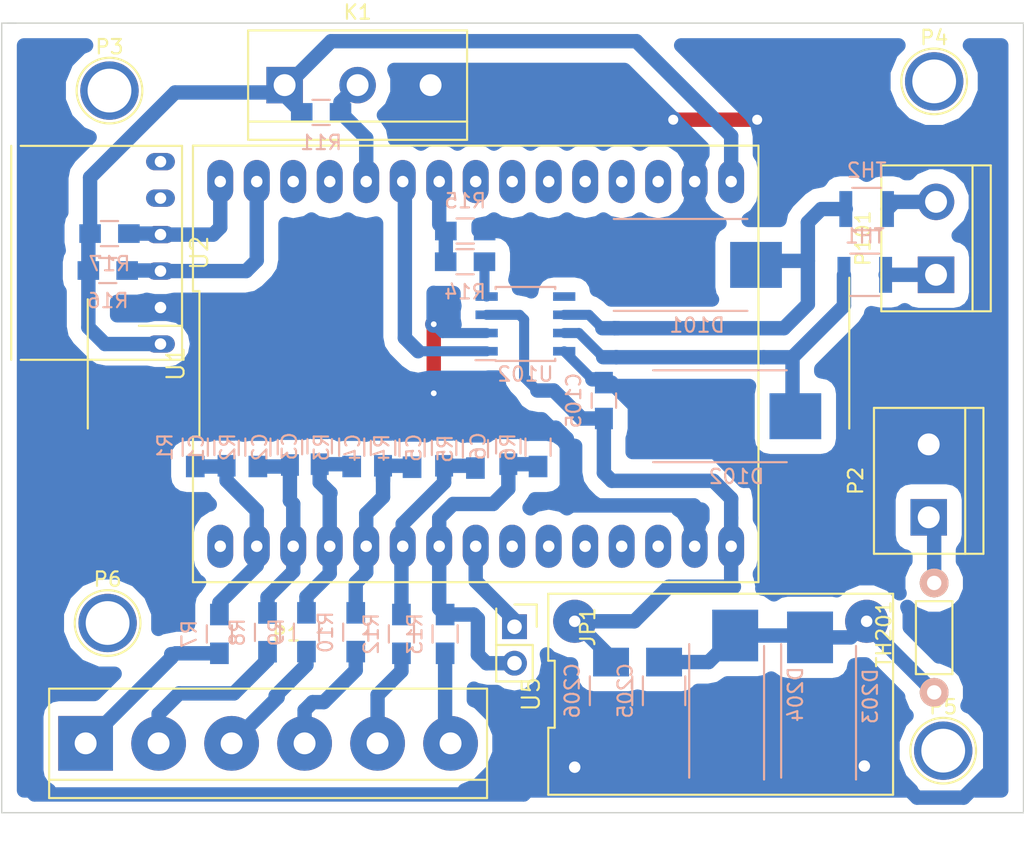
<source format=kicad_pcb>
(kicad_pcb (version 4) (host pcbnew 4.0.6)

  (general
    (links 84)
    (no_connects 0)
    (area 83.19 56.005 154.795 117.195)
    (thickness 1.6)
    (drawings 5)
    (tracks 281)
    (zones 0)
    (modules 46)
    (nets 29)
  )

  (page A4)
  (layers
    (0 F.Cu signal)
    (31 B.Cu signal)
    (32 B.Adhes user)
    (33 F.Adhes user)
    (34 B.Paste user)
    (35 F.Paste user)
    (36 B.SilkS user)
    (37 F.SilkS user)
    (38 B.Mask user)
    (39 F.Mask user)
    (40 Dwgs.User user)
    (41 Cmts.User user)
    (42 Eco1.User user)
    (43 Eco2.User user)
    (44 Edge.Cuts user)
    (45 Margin user)
    (46 B.CrtYd user)
    (47 F.CrtYd user)
    (48 B.Fab user)
    (49 F.Fab user)
  )

  (setup
    (last_trace_width 1)
    (trace_clearance 0.5)
    (zone_clearance 1)
    (zone_45_only no)
    (trace_min 0.2)
    (segment_width 0.2)
    (edge_width 0.1)
    (via_size 1.2)
    (via_drill 0.7)
    (via_min_size 0.4)
    (via_min_drill 0.3)
    (uvia_size 0.3)
    (uvia_drill 0.1)
    (uvias_allowed no)
    (uvia_min_size 0.2)
    (uvia_min_drill 0.1)
    (pcb_text_width 0.3)
    (pcb_text_size 1.5 1.5)
    (mod_edge_width 0.15)
    (mod_text_size 1 1)
    (mod_text_width 0.15)
    (pad_size 1.5 1.5)
    (pad_drill 0.6)
    (pad_to_mask_clearance 0)
    (aux_axis_origin 83.439 112.8395)
    (visible_elements FFFFFF7F)
    (pcbplotparams
      (layerselection 0x00000_80000001)
      (usegerberextensions false)
      (excludeedgelayer true)
      (linewidth 0.100000)
      (plotframeref false)
      (viasonmask false)
      (mode 1)
      (useauxorigin true)
      (hpglpennumber 1)
      (hpglpenspeed 20)
      (hpglpendiameter 15)
      (hpglpenoverlay 2)
      (psnegative false)
      (psa4output false)
      (plotreference true)
      (plotvalue true)
      (plotinvisibletext false)
      (padsonsilk false)
      (subtractmaskfromsilk false)
      (outputformat 1)
      (mirror false)
      (drillshape 0)
      (scaleselection 1)
      (outputdirectory ""))
  )

  (net 0 "")
  (net 1 GND)
  (net 2 ADC0)
  (net 3 ADC1)
  (net 4 ADC2)
  (net 5 ADC3)
  (net 6 ADC4)
  (net 7 5V)
  (net 8 "Net-(C205-Pad1)")
  (net 9 "Net-(D101-Pad2)")
  (net 10 "Net-(D102-Pad2)")
  (net 11 DAC_Calibration)
  (net 12 3v3)
  (net 13 1Wire)
  (net 14 VIN1)
  (net 15 VIN2)
  (net 16 VIN0)
  (net 17 VIN3)
  (net 18 VIN4)
  (net 19 VIN5)
  (net 20 12v)
  (net 21 "Net-(P101-Pad1)")
  (net 22 "Net-(P101-Pad2)")
  (net 23 ADC5)
  (net 24 CAN-RX)
  (net 25 "Net-(R14-Pad2)")
  (net 26 SDA)
  (net 27 SCL)
  (net 28 CAN-TX)

  (net_class Default "This is the default net class."
    (clearance 0.5)
    (trace_width 1)
    (via_dia 1.2)
    (via_drill 0.7)
    (uvia_dia 0.3)
    (uvia_drill 0.1)
    (add_net 12v)
    (add_net 1Wire)
    (add_net 3v3)
    (add_net 5V)
    (add_net ADC0)
    (add_net ADC1)
    (add_net ADC2)
    (add_net ADC3)
    (add_net ADC4)
    (add_net ADC5)
    (add_net CAN-RX)
    (add_net CAN-TX)
    (add_net DAC_Calibration)
    (add_net GND)
    (add_net "Net-(C205-Pad1)")
    (add_net "Net-(D101-Pad2)")
    (add_net "Net-(D102-Pad2)")
    (add_net "Net-(P101-Pad1)")
    (add_net "Net-(P101-Pad2)")
    (add_net "Net-(R14-Pad2)")
    (add_net SCL)
    (add_net SDA)
    (add_net VIN0)
    (add_net VIN1)
    (add_net VIN2)
    (add_net VIN3)
    (add_net VIN4)
    (add_net VIN5)
  )

  (module Capacitors_SMD:C_0805_HandSoldering (layer B.Cu) (tedit 541A9B8D) (tstamp 618138CF)
    (at 98.96 87.62 270)
    (descr "Capacitor SMD 0805, hand soldering")
    (tags "capacitor 0805")
    (path /61813F4D)
    (attr smd)
    (fp_text reference C1 (at 0 2.1 270) (layer B.SilkS)
      (effects (font (size 1 1) (thickness 0.15)) (justify mirror))
    )
    (fp_text value 100nF (at 0 -2.1 270) (layer B.Fab)
      (effects (font (size 1 1) (thickness 0.15)) (justify mirror))
    )
    (fp_line (start -1 -0.625) (end -1 0.625) (layer B.Fab) (width 0.15))
    (fp_line (start 1 -0.625) (end -1 -0.625) (layer B.Fab) (width 0.15))
    (fp_line (start 1 0.625) (end 1 -0.625) (layer B.Fab) (width 0.15))
    (fp_line (start -1 0.625) (end 1 0.625) (layer B.Fab) (width 0.15))
    (fp_line (start -2.3 1) (end 2.3 1) (layer B.CrtYd) (width 0.05))
    (fp_line (start -2.3 -1) (end 2.3 -1) (layer B.CrtYd) (width 0.05))
    (fp_line (start -2.3 1) (end -2.3 -1) (layer B.CrtYd) (width 0.05))
    (fp_line (start 2.3 1) (end 2.3 -1) (layer B.CrtYd) (width 0.05))
    (fp_line (start 0.5 0.85) (end -0.5 0.85) (layer B.SilkS) (width 0.15))
    (fp_line (start -0.5 -0.85) (end 0.5 -0.85) (layer B.SilkS) (width 0.15))
    (pad 1 smd rect (at -1.25 0 270) (size 1.5 1.25) (layers B.Cu B.Paste B.Mask)
      (net 1 GND))
    (pad 2 smd rect (at 1.25 0 270) (size 1.5 1.25) (layers B.Cu B.Paste B.Mask)
      (net 2 ADC0))
    (model Capacitors_SMD.3dshapes/C_0805_HandSoldering.wrl
      (at (xyz 0 0 0))
      (scale (xyz 1 1 1))
      (rotate (xyz 0 0 0))
    )
  )

  (module Capacitors_SMD:C_0805_HandSoldering (layer B.Cu) (tedit 541A9B8D) (tstamp 618138DF)
    (at 103.37 87.57 270)
    (descr "Capacitor SMD 0805, hand soldering")
    (tags "capacitor 0805")
    (path /618143BB)
    (attr smd)
    (fp_text reference C2 (at 0 2.1 270) (layer B.SilkS)
      (effects (font (size 1 1) (thickness 0.15)) (justify mirror))
    )
    (fp_text value 100nF (at 0 -2.1 270) (layer B.Fab)
      (effects (font (size 1 1) (thickness 0.15)) (justify mirror))
    )
    (fp_line (start -1 -0.625) (end -1 0.625) (layer B.Fab) (width 0.15))
    (fp_line (start 1 -0.625) (end -1 -0.625) (layer B.Fab) (width 0.15))
    (fp_line (start 1 0.625) (end 1 -0.625) (layer B.Fab) (width 0.15))
    (fp_line (start -1 0.625) (end 1 0.625) (layer B.Fab) (width 0.15))
    (fp_line (start -2.3 1) (end 2.3 1) (layer B.CrtYd) (width 0.05))
    (fp_line (start -2.3 -1) (end 2.3 -1) (layer B.CrtYd) (width 0.05))
    (fp_line (start -2.3 1) (end -2.3 -1) (layer B.CrtYd) (width 0.05))
    (fp_line (start 2.3 1) (end 2.3 -1) (layer B.CrtYd) (width 0.05))
    (fp_line (start 0.5 0.85) (end -0.5 0.85) (layer B.SilkS) (width 0.15))
    (fp_line (start -0.5 -0.85) (end 0.5 -0.85) (layer B.SilkS) (width 0.15))
    (pad 1 smd rect (at -1.25 0 270) (size 1.5 1.25) (layers B.Cu B.Paste B.Mask)
      (net 1 GND))
    (pad 2 smd rect (at 1.25 0 270) (size 1.5 1.25) (layers B.Cu B.Paste B.Mask)
      (net 3 ADC1))
    (model Capacitors_SMD.3dshapes/C_0805_HandSoldering.wrl
      (at (xyz 0 0 0))
      (scale (xyz 1 1 1))
      (rotate (xyz 0 0 0))
    )
  )

  (module Capacitors_SMD:C_0805_HandSoldering (layer B.Cu) (tedit 541A9B8D) (tstamp 618138EF)
    (at 105.44 87.51 270)
    (descr "Capacitor SMD 0805, hand soldering")
    (tags "capacitor 0805")
    (path /61814423)
    (attr smd)
    (fp_text reference C3 (at 0 2.1 270) (layer B.SilkS)
      (effects (font (size 1 1) (thickness 0.15)) (justify mirror))
    )
    (fp_text value 100nF (at 0 -2.1 270) (layer B.Fab)
      (effects (font (size 1 1) (thickness 0.15)) (justify mirror))
    )
    (fp_line (start -1 -0.625) (end -1 0.625) (layer B.Fab) (width 0.15))
    (fp_line (start 1 -0.625) (end -1 -0.625) (layer B.Fab) (width 0.15))
    (fp_line (start 1 0.625) (end 1 -0.625) (layer B.Fab) (width 0.15))
    (fp_line (start -1 0.625) (end 1 0.625) (layer B.Fab) (width 0.15))
    (fp_line (start -2.3 1) (end 2.3 1) (layer B.CrtYd) (width 0.05))
    (fp_line (start -2.3 -1) (end 2.3 -1) (layer B.CrtYd) (width 0.05))
    (fp_line (start -2.3 1) (end -2.3 -1) (layer B.CrtYd) (width 0.05))
    (fp_line (start 2.3 1) (end 2.3 -1) (layer B.CrtYd) (width 0.05))
    (fp_line (start 0.5 0.85) (end -0.5 0.85) (layer B.SilkS) (width 0.15))
    (fp_line (start -0.5 -0.85) (end 0.5 -0.85) (layer B.SilkS) (width 0.15))
    (pad 1 smd rect (at -1.25 0 270) (size 1.5 1.25) (layers B.Cu B.Paste B.Mask)
      (net 1 GND))
    (pad 2 smd rect (at 1.25 0 270) (size 1.5 1.25) (layers B.Cu B.Paste B.Mask)
      (net 4 ADC2))
    (model Capacitors_SMD.3dshapes/C_0805_HandSoldering.wrl
      (at (xyz 0 0 0))
      (scale (xyz 1 1 1))
      (rotate (xyz 0 0 0))
    )
  )

  (module Capacitors_SMD:C_0805_HandSoldering (layer B.Cu) (tedit 541A9B8D) (tstamp 618138FF)
    (at 109.85 87.62 270)
    (descr "Capacitor SMD 0805, hand soldering")
    (tags "capacitor 0805")
    (path /6181448A)
    (attr smd)
    (fp_text reference C4 (at 0 2.1 270) (layer B.SilkS)
      (effects (font (size 1 1) (thickness 0.15)) (justify mirror))
    )
    (fp_text value 100nF (at 0 -2.1 270) (layer B.Fab)
      (effects (font (size 1 1) (thickness 0.15)) (justify mirror))
    )
    (fp_line (start -1 -0.625) (end -1 0.625) (layer B.Fab) (width 0.15))
    (fp_line (start 1 -0.625) (end -1 -0.625) (layer B.Fab) (width 0.15))
    (fp_line (start 1 0.625) (end 1 -0.625) (layer B.Fab) (width 0.15))
    (fp_line (start -1 0.625) (end 1 0.625) (layer B.Fab) (width 0.15))
    (fp_line (start -2.3 1) (end 2.3 1) (layer B.CrtYd) (width 0.05))
    (fp_line (start -2.3 -1) (end 2.3 -1) (layer B.CrtYd) (width 0.05))
    (fp_line (start -2.3 1) (end -2.3 -1) (layer B.CrtYd) (width 0.05))
    (fp_line (start 2.3 1) (end 2.3 -1) (layer B.CrtYd) (width 0.05))
    (fp_line (start 0.5 0.85) (end -0.5 0.85) (layer B.SilkS) (width 0.15))
    (fp_line (start -0.5 -0.85) (end 0.5 -0.85) (layer B.SilkS) (width 0.15))
    (pad 1 smd rect (at -1.25 0 270) (size 1.5 1.25) (layers B.Cu B.Paste B.Mask)
      (net 1 GND))
    (pad 2 smd rect (at 1.25 0 270) (size 1.5 1.25) (layers B.Cu B.Paste B.Mask)
      (net 5 ADC3))
    (model Capacitors_SMD.3dshapes/C_0805_HandSoldering.wrl
      (at (xyz 0 0 0))
      (scale (xyz 1 1 1))
      (rotate (xyz 0 0 0))
    )
  )

  (module Capacitors_SMD:C_0805_HandSoldering (layer B.Cu) (tedit 541A9B8D) (tstamp 6181390F)
    (at 114.1 87.62 270)
    (descr "Capacitor SMD 0805, hand soldering")
    (tags "capacitor 0805")
    (path /618144F4)
    (attr smd)
    (fp_text reference C5 (at 0 2.1 270) (layer B.SilkS)
      (effects (font (size 1 1) (thickness 0.15)) (justify mirror))
    )
    (fp_text value 100nF (at 0 -2.1 270) (layer B.Fab)
      (effects (font (size 1 1) (thickness 0.15)) (justify mirror))
    )
    (fp_line (start -1 -0.625) (end -1 0.625) (layer B.Fab) (width 0.15))
    (fp_line (start 1 -0.625) (end -1 -0.625) (layer B.Fab) (width 0.15))
    (fp_line (start 1 0.625) (end 1 -0.625) (layer B.Fab) (width 0.15))
    (fp_line (start -1 0.625) (end 1 0.625) (layer B.Fab) (width 0.15))
    (fp_line (start -2.3 1) (end 2.3 1) (layer B.CrtYd) (width 0.05))
    (fp_line (start -2.3 -1) (end 2.3 -1) (layer B.CrtYd) (width 0.05))
    (fp_line (start -2.3 1) (end -2.3 -1) (layer B.CrtYd) (width 0.05))
    (fp_line (start 2.3 1) (end 2.3 -1) (layer B.CrtYd) (width 0.05))
    (fp_line (start 0.5 0.85) (end -0.5 0.85) (layer B.SilkS) (width 0.15))
    (fp_line (start -0.5 -0.85) (end 0.5 -0.85) (layer B.SilkS) (width 0.15))
    (pad 1 smd rect (at -1.25 0 270) (size 1.5 1.25) (layers B.Cu B.Paste B.Mask)
      (net 1 GND))
    (pad 2 smd rect (at 1.25 0 270) (size 1.5 1.25) (layers B.Cu B.Paste B.Mask)
      (net 6 ADC4))
    (model Capacitors_SMD.3dshapes/C_0805_HandSoldering.wrl
      (at (xyz 0 0 0))
      (scale (xyz 1 1 1))
      (rotate (xyz 0 0 0))
    )
  )

  (module Capacitors_SMD:C_0805_HandSoldering (layer B.Cu) (tedit 541A9B8D) (tstamp 6181391F)
    (at 118.57 87.51 270)
    (descr "Capacitor SMD 0805, hand soldering")
    (tags "capacitor 0805")
    (path /61814563)
    (attr smd)
    (fp_text reference C6 (at 0 2.1 270) (layer B.SilkS)
      (effects (font (size 1 1) (thickness 0.15)) (justify mirror))
    )
    (fp_text value 100nF (at 0 -2.1 270) (layer B.Fab)
      (effects (font (size 1 1) (thickness 0.15)) (justify mirror))
    )
    (fp_line (start -1 -0.625) (end -1 0.625) (layer B.Fab) (width 0.15))
    (fp_line (start 1 -0.625) (end -1 -0.625) (layer B.Fab) (width 0.15))
    (fp_line (start 1 0.625) (end 1 -0.625) (layer B.Fab) (width 0.15))
    (fp_line (start -1 0.625) (end 1 0.625) (layer B.Fab) (width 0.15))
    (fp_line (start -2.3 1) (end 2.3 1) (layer B.CrtYd) (width 0.05))
    (fp_line (start -2.3 -1) (end 2.3 -1) (layer B.CrtYd) (width 0.05))
    (fp_line (start -2.3 1) (end -2.3 -1) (layer B.CrtYd) (width 0.05))
    (fp_line (start 2.3 1) (end 2.3 -1) (layer B.CrtYd) (width 0.05))
    (fp_line (start 0.5 0.85) (end -0.5 0.85) (layer B.SilkS) (width 0.15))
    (fp_line (start -0.5 -0.85) (end 0.5 -0.85) (layer B.SilkS) (width 0.15))
    (pad 1 smd rect (at -1.25 0 270) (size 1.5 1.25) (layers B.Cu B.Paste B.Mask)
      (net 1 GND))
    (pad 2 smd rect (at 1.25 0 270) (size 1.5 1.25) (layers B.Cu B.Paste B.Mask)
      (net 23 ADC5))
    (model Capacitors_SMD.3dshapes/C_0805_HandSoldering.wrl
      (at (xyz 0 0 0))
      (scale (xyz 1 1 1))
      (rotate (xyz 0 0 0))
    )
  )

  (module Capacitors_SMD:C_0805_HandSoldering (layer B.Cu) (tedit 541A9B8D) (tstamp 6181392F)
    (at 125.222 84.328 270)
    (descr "Capacitor SMD 0805, hand soldering")
    (tags "capacitor 0805")
    (path /6168C8B8)
    (attr smd)
    (fp_text reference C105 (at 0 2.1 270) (layer B.SilkS)
      (effects (font (size 1 1) (thickness 0.15)) (justify mirror))
    )
    (fp_text value 100nF (at 0 -2.1 270) (layer B.Fab)
      (effects (font (size 1 1) (thickness 0.15)) (justify mirror))
    )
    (fp_line (start -1 -0.625) (end -1 0.625) (layer B.Fab) (width 0.15))
    (fp_line (start 1 -0.625) (end -1 -0.625) (layer B.Fab) (width 0.15))
    (fp_line (start 1 0.625) (end 1 -0.625) (layer B.Fab) (width 0.15))
    (fp_line (start -1 0.625) (end 1 0.625) (layer B.Fab) (width 0.15))
    (fp_line (start -2.3 1) (end 2.3 1) (layer B.CrtYd) (width 0.05))
    (fp_line (start -2.3 -1) (end 2.3 -1) (layer B.CrtYd) (width 0.05))
    (fp_line (start -2.3 1) (end -2.3 -1) (layer B.CrtYd) (width 0.05))
    (fp_line (start 2.3 1) (end 2.3 -1) (layer B.CrtYd) (width 0.05))
    (fp_line (start 0.5 0.85) (end -0.5 0.85) (layer B.SilkS) (width 0.15))
    (fp_line (start -0.5 -0.85) (end 0.5 -0.85) (layer B.SilkS) (width 0.15))
    (pad 1 smd rect (at -1.25 0 270) (size 1.5 1.25) (layers B.Cu B.Paste B.Mask)
      (net 1 GND))
    (pad 2 smd rect (at 1.25 0 270) (size 1.5 1.25) (layers B.Cu B.Paste B.Mask)
      (net 7 5V))
    (model Capacitors_SMD.3dshapes/C_0805_HandSoldering.wrl
      (at (xyz 0 0 0))
      (scale (xyz 1 1 1))
      (rotate (xyz 0 0 0))
    )
  )

  (module Capacitors_SMD:C_1210_HandSoldering (layer B.Cu) (tedit 541A9C39) (tstamp 6181393F)
    (at 129.41 104.54 270)
    (descr "Capacitor SMD 1210, hand soldering")
    (tags "capacitor 1210")
    (path /61053A5B)
    (attr smd)
    (fp_text reference C205 (at 0 2.7 270) (layer B.SilkS)
      (effects (font (size 1 1) (thickness 0.15)) (justify mirror))
    )
    (fp_text value 100uF (at 0 -2.7 270) (layer B.Fab)
      (effects (font (size 1 1) (thickness 0.15)) (justify mirror))
    )
    (fp_line (start -1.6 -1.25) (end -1.6 1.25) (layer B.Fab) (width 0.15))
    (fp_line (start 1.6 -1.25) (end -1.6 -1.25) (layer B.Fab) (width 0.15))
    (fp_line (start 1.6 1.25) (end 1.6 -1.25) (layer B.Fab) (width 0.15))
    (fp_line (start -1.6 1.25) (end 1.6 1.25) (layer B.Fab) (width 0.15))
    (fp_line (start -3.3 1.6) (end 3.3 1.6) (layer B.CrtYd) (width 0.05))
    (fp_line (start -3.3 -1.6) (end 3.3 -1.6) (layer B.CrtYd) (width 0.05))
    (fp_line (start -3.3 1.6) (end -3.3 -1.6) (layer B.CrtYd) (width 0.05))
    (fp_line (start 3.3 1.6) (end 3.3 -1.6) (layer B.CrtYd) (width 0.05))
    (fp_line (start 1 1.475) (end -1 1.475) (layer B.SilkS) (width 0.15))
    (fp_line (start -1 -1.475) (end 1 -1.475) (layer B.SilkS) (width 0.15))
    (pad 1 smd rect (at -2 0 270) (size 2 2.5) (layers B.Cu B.Paste B.Mask)
      (net 8 "Net-(C205-Pad1)"))
    (pad 2 smd rect (at 2 0 270) (size 2 2.5) (layers B.Cu B.Paste B.Mask)
      (net 1 GND))
    (model Capacitors_SMD.3dshapes/C_1210_HandSoldering.wrl
      (at (xyz 0 0 0))
      (scale (xyz 1 1 1))
      (rotate (xyz 0 0 0))
    )
  )

  (module Capacitors_SMD:C_1210_HandSoldering (layer B.Cu) (tedit 541A9C39) (tstamp 6181394F)
    (at 125.72 104.54 270)
    (descr "Capacitor SMD 1210, hand soldering")
    (tags "capacitor 1210")
    (path /61053BCD)
    (attr smd)
    (fp_text reference C206 (at 0 2.7 270) (layer B.SilkS)
      (effects (font (size 1 1) (thickness 0.15)) (justify mirror))
    )
    (fp_text value 1uF (at 0 -2.7 270) (layer B.Fab)
      (effects (font (size 1 1) (thickness 0.15)) (justify mirror))
    )
    (fp_line (start -1.6 -1.25) (end -1.6 1.25) (layer B.Fab) (width 0.15))
    (fp_line (start 1.6 -1.25) (end -1.6 -1.25) (layer B.Fab) (width 0.15))
    (fp_line (start 1.6 1.25) (end 1.6 -1.25) (layer B.Fab) (width 0.15))
    (fp_line (start -1.6 1.25) (end 1.6 1.25) (layer B.Fab) (width 0.15))
    (fp_line (start -3.3 1.6) (end 3.3 1.6) (layer B.CrtYd) (width 0.05))
    (fp_line (start -3.3 -1.6) (end 3.3 -1.6) (layer B.CrtYd) (width 0.05))
    (fp_line (start -3.3 1.6) (end -3.3 -1.6) (layer B.CrtYd) (width 0.05))
    (fp_line (start 3.3 1.6) (end 3.3 -1.6) (layer B.CrtYd) (width 0.05))
    (fp_line (start 1 1.475) (end -1 1.475) (layer B.SilkS) (width 0.15))
    (fp_line (start -1 -1.475) (end 1 -1.475) (layer B.SilkS) (width 0.15))
    (pad 1 smd rect (at -2 0 270) (size 2 2.5) (layers B.Cu B.Paste B.Mask)
      (net 7 5V))
    (pad 2 smd rect (at 2 0 270) (size 2 2.5) (layers B.Cu B.Paste B.Mask)
      (net 1 GND))
    (model Capacitors_SMD.3dshapes/C_1210_HandSoldering.wrl
      (at (xyz 0 0 0))
      (scale (xyz 1 1 1))
      (rotate (xyz 0 0 0))
    )
  )

  (module Diodes_SMD:DO-214AB_Handsoldering (layer B.Cu) (tedit 55429DAE) (tstamp 6181395B)
    (at 131.71 74.88)
    (descr "Jedec DO-214AB diode package. Designed according to Fairchild SS32 datasheet.")
    (tags "DO-214AB diode Handsoldering")
    (path /61696639)
    (attr smd)
    (fp_text reference D101 (at 0 4.2) (layer B.SilkS)
      (effects (font (size 1 1) (thickness 0.15)) (justify mirror))
    )
    (fp_text value "SMBJ30CA-TR TSV" (at 0 -4.6) (layer B.Fab)
      (effects (font (size 1 1) (thickness 0.15)) (justify mirror))
    )
    (fp_line (start -6.15 3.45) (end 6.15 3.45) (layer B.CrtYd) (width 0.05))
    (fp_line (start 6.15 3.45) (end 6.15 -3.45) (layer B.CrtYd) (width 0.05))
    (fp_line (start 6.15 -3.45) (end -6.15 -3.45) (layer B.CrtYd) (width 0.05))
    (fp_line (start -6.15 -3.45) (end -6.15 3.45) (layer B.CrtYd) (width 0.05))
    (fp_line (start 3.5 -3.2) (end -5.8 -3.2) (layer B.SilkS) (width 0.15))
    (fp_line (start -5.8 3.2) (end 3.5 3.2) (layer B.SilkS) (width 0.15))
    (pad 2 smd rect (at 4.1 0) (size 3.6 3.2) (layers B.Cu B.Paste B.Mask)
      (net 9 "Net-(D101-Pad2)"))
    (pad 1 smd rect (at -4.1 0) (size 3.6 3.2) (layers B.Cu B.Paste B.Mask)
      (net 1 GND))
    (model Diodes_SMD.3dshapes/DO-214AB_Handsoldering.wrl
      (at (xyz 0 0 0))
      (scale (xyz 0.39 0.39 0.39))
      (rotate (xyz 0 0 180))
    )
  )

  (module Diodes_SMD:DO-214AB_Handsoldering (layer B.Cu) (tedit 55429DAE) (tstamp 61813967)
    (at 134.45 85.42)
    (descr "Jedec DO-214AB diode package. Designed according to Fairchild SS32 datasheet.")
    (tags "DO-214AB diode Handsoldering")
    (path /61697088)
    (attr smd)
    (fp_text reference D102 (at 0 4.2) (layer B.SilkS)
      (effects (font (size 1 1) (thickness 0.15)) (justify mirror))
    )
    (fp_text value "SMBJ30CA-TR TSV" (at 0 -4.6) (layer B.Fab)
      (effects (font (size 1 1) (thickness 0.15)) (justify mirror))
    )
    (fp_line (start -6.15 3.45) (end 6.15 3.45) (layer B.CrtYd) (width 0.05))
    (fp_line (start 6.15 3.45) (end 6.15 -3.45) (layer B.CrtYd) (width 0.05))
    (fp_line (start 6.15 -3.45) (end -6.15 -3.45) (layer B.CrtYd) (width 0.05))
    (fp_line (start -6.15 -3.45) (end -6.15 3.45) (layer B.CrtYd) (width 0.05))
    (fp_line (start 3.5 -3.2) (end -5.8 -3.2) (layer B.SilkS) (width 0.15))
    (fp_line (start -5.8 3.2) (end 3.5 3.2) (layer B.SilkS) (width 0.15))
    (pad 2 smd rect (at 4.1 0) (size 3.6 3.2) (layers B.Cu B.Paste B.Mask)
      (net 10 "Net-(D102-Pad2)"))
    (pad 1 smd rect (at -4.1 0) (size 3.6 3.2) (layers B.Cu B.Paste B.Mask)
      (net 1 GND))
    (model Diodes_SMD.3dshapes/DO-214AB_Handsoldering.wrl
      (at (xyz 0 0 0))
      (scale (xyz 0.39 0.39 0.39))
      (rotate (xyz 0 0 180))
    )
  )

  (module Diodes_SMD:DO-214AB_Handsoldering (layer B.Cu) (tedit 55429DAE) (tstamp 61813973)
    (at 139.57 104.92 90)
    (descr "Jedec DO-214AB diode package. Designed according to Fairchild SS32 datasheet.")
    (tags "DO-214AB diode Handsoldering")
    (path /61026462)
    (attr smd)
    (fp_text reference D203 (at 0 4.2 90) (layer B.SilkS)
      (effects (font (size 1 1) (thickness 0.15)) (justify mirror))
    )
    (fp_text value "SMBJ30CA-TR TSV" (at 0 -4.6 90) (layer B.Fab)
      (effects (font (size 1 1) (thickness 0.15)) (justify mirror))
    )
    (fp_line (start -6.15 3.45) (end 6.15 3.45) (layer B.CrtYd) (width 0.05))
    (fp_line (start 6.15 3.45) (end 6.15 -3.45) (layer B.CrtYd) (width 0.05))
    (fp_line (start 6.15 -3.45) (end -6.15 -3.45) (layer B.CrtYd) (width 0.05))
    (fp_line (start -6.15 -3.45) (end -6.15 3.45) (layer B.CrtYd) (width 0.05))
    (fp_line (start 3.5 -3.2) (end -5.8 -3.2) (layer B.SilkS) (width 0.15))
    (fp_line (start -5.8 3.2) (end 3.5 3.2) (layer B.SilkS) (width 0.15))
    (pad 2 smd rect (at 4.1 0 90) (size 3.6 3.2) (layers B.Cu B.Paste B.Mask)
      (net 8 "Net-(C205-Pad1)"))
    (pad 1 smd rect (at -4.1 0 90) (size 3.6 3.2) (layers B.Cu B.Paste B.Mask)
      (net 1 GND))
    (model Diodes_SMD.3dshapes/DO-214AB_Handsoldering.wrl
      (at (xyz 0 0 0))
      (scale (xyz 0.39 0.39 0.39))
      (rotate (xyz 0 0 180))
    )
  )

  (module Diodes_SMD:DO-214AB_Handsoldering (layer B.Cu) (tedit 55429DAE) (tstamp 6181397F)
    (at 134.36 104.79 90)
    (descr "Jedec DO-214AB diode package. Designed according to Fairchild SS32 datasheet.")
    (tags "DO-214AB diode Handsoldering")
    (path /61053C97)
    (attr smd)
    (fp_text reference D204 (at 0 4.2 90) (layer B.SilkS)
      (effects (font (size 1 1) (thickness 0.15)) (justify mirror))
    )
    (fp_text value 1N5819 (at 0 -4.6 90) (layer B.Fab)
      (effects (font (size 1 1) (thickness 0.15)) (justify mirror))
    )
    (fp_line (start -6.15 3.45) (end 6.15 3.45) (layer B.CrtYd) (width 0.05))
    (fp_line (start 6.15 3.45) (end 6.15 -3.45) (layer B.CrtYd) (width 0.05))
    (fp_line (start 6.15 -3.45) (end -6.15 -3.45) (layer B.CrtYd) (width 0.05))
    (fp_line (start -6.15 -3.45) (end -6.15 3.45) (layer B.CrtYd) (width 0.05))
    (fp_line (start 3.5 -3.2) (end -5.8 -3.2) (layer B.SilkS) (width 0.15))
    (fp_line (start -5.8 3.2) (end 3.5 3.2) (layer B.SilkS) (width 0.15))
    (pad 2 smd rect (at 4.1 0 90) (size 3.6 3.2) (layers B.Cu B.Paste B.Mask)
      (net 8 "Net-(C205-Pad1)"))
    (pad 1 smd rect (at -4.1 0 90) (size 3.6 3.2) (layers B.Cu B.Paste B.Mask)
      (net 1 GND))
    (model Diodes_SMD.3dshapes/DO-214AB_Handsoldering.wrl
      (at (xyz 0 0 0))
      (scale (xyz 0.39 0.39 0.39))
      (rotate (xyz 0 0 180))
    )
  )

  (module Connect:bornier3 (layer F.Cu) (tedit 0) (tstamp 618139AE)
    (at 108.08 62.36)
    (descr "Bornier d'alimentation 3 pins")
    (tags DEV)
    (path /6180ECA0)
    (fp_text reference K1 (at 0 -5.08) (layer F.SilkS)
      (effects (font (size 1 1) (thickness 0.15)))
    )
    (fp_text value 1Wire (at 0 5.08) (layer F.Fab)
      (effects (font (size 1 1) (thickness 0.15)))
    )
    (fp_line (start -7.62 3.81) (end -7.62 -3.81) (layer F.SilkS) (width 0.15))
    (fp_line (start 7.62 3.81) (end 7.62 -3.81) (layer F.SilkS) (width 0.15))
    (fp_line (start -7.62 2.54) (end 7.62 2.54) (layer F.SilkS) (width 0.15))
    (fp_line (start -7.62 -3.81) (end 7.62 -3.81) (layer F.SilkS) (width 0.15))
    (fp_line (start -7.62 3.81) (end 7.62 3.81) (layer F.SilkS) (width 0.15))
    (pad 1 thru_hole rect (at -5.08 0) (size 2.54 2.54) (drill 1.524) (layers *.Cu *.Mask)
      (net 12 3v3))
    (pad 2 thru_hole circle (at 0 0) (size 2.54 2.54) (drill 1.524) (layers *.Cu *.Mask)
      (net 13 1Wire))
    (pad 3 thru_hole circle (at 5.08 0) (size 2.54 2.54) (drill 1.524) (layers *.Cu *.Mask)
      (net 1 GND))
    (model Connect.3dshapes/bornier3.wrl
      (at (xyz 0 0 0))
      (scale (xyz 1 1 1))
      (rotate (xyz 0 0 0))
    )
  )

  (module Connect:bornier6 (layer F.Cu) (tedit 0) (tstamp 618139BD)
    (at 101.85 108.2)
    (descr "Bornier d'alimentation 4 pins")
    (tags DEV)
    (path /6181A53D)
    (fp_text reference P1 (at 1.27 -7.62) (layer F.SilkS)
      (effects (font (size 1 1) (thickness 0.15)))
    )
    (fp_text value Voltages (at 0 7.62) (layer F.Fab)
      (effects (font (size 1 1) (thickness 0.15)))
    )
    (fp_line (start -15.24 -3.81) (end -15.24 3.81) (layer F.SilkS) (width 0.15))
    (fp_line (start 15.24 3.81) (end 15.24 -3.81) (layer F.SilkS) (width 0.15))
    (fp_line (start -15.24 2.54) (end 15.24 2.54) (layer F.SilkS) (width 0.15))
    (fp_line (start -15.24 -3.81) (end 15.24 -3.81) (layer F.SilkS) (width 0.15))
    (fp_line (start -15.24 3.81) (end 15.24 3.81) (layer F.SilkS) (width 0.15))
    (pad 2 thru_hole circle (at -7.62 0) (size 3.81 3.81) (drill 1.524) (layers *.Cu *.Mask)
      (net 14 VIN1))
    (pad 3 thru_hole circle (at -2.54 0) (size 3.81 3.81) (drill 1.524) (layers *.Cu *.Mask)
      (net 15 VIN2))
    (pad 1 thru_hole rect (at -12.7 0) (size 3.81 3.81) (drill 1.524) (layers *.Cu *.Mask)
      (net 16 VIN0))
    (pad 4 thru_hole circle (at 2.54 0) (size 3.81 3.81) (drill 1.524) (layers *.Cu *.Mask)
      (net 17 VIN3))
    (pad 5 thru_hole circle (at 7.62 0) (size 3.81 3.81) (drill 1.524) (layers *.Cu *.Mask)
      (net 18 VIN4))
    (pad 6 thru_hole circle (at 12.7 0) (size 3.81 3.81) (drill 1.524) (layers *.Cu *.Mask)
      (net 19 VIN5))
    (model Connect.3dshapes/bornier6.wrl
      (at (xyz 0 0 0))
      (scale (xyz 1 1 1))
      (rotate (xyz 0 0 0))
    )
  )

  (module Connect:bornier2 (layer F.Cu) (tedit 0) (tstamp 618139C8)
    (at 147.83 89.92 90)
    (descr "Bornier d'alimentation 2 pins")
    (tags DEV)
    (path /6180C598)
    (fp_text reference P2 (at 0 -5.08 90) (layer F.SilkS)
      (effects (font (size 1 1) (thickness 0.15)))
    )
    (fp_text value Power (at 0 5.08 90) (layer F.Fab)
      (effects (font (size 1 1) (thickness 0.15)))
    )
    (fp_line (start 5.08 2.54) (end -5.08 2.54) (layer F.SilkS) (width 0.15))
    (fp_line (start 5.08 3.81) (end 5.08 -3.81) (layer F.SilkS) (width 0.15))
    (fp_line (start 5.08 -3.81) (end -5.08 -3.81) (layer F.SilkS) (width 0.15))
    (fp_line (start -5.08 -3.81) (end -5.08 3.81) (layer F.SilkS) (width 0.15))
    (fp_line (start -5.08 3.81) (end 5.08 3.81) (layer F.SilkS) (width 0.15))
    (pad 1 thru_hole rect (at -2.54 0 90) (size 2.54 2.54) (drill 1.524) (layers *.Cu *.Mask)
      (net 20 12v))
    (pad 2 thru_hole circle (at 2.54 0 90) (size 2.54 2.54) (drill 1.524) (layers *.Cu *.Mask)
      (net 1 GND))
    (model Connect.3dshapes/bornier2.wrl
      (at (xyz 0 0 0))
      (scale (xyz 1 1 1))
      (rotate (xyz 0 0 0))
    )
  )

  (module Connect:bornier2 (layer F.Cu) (tedit 0) (tstamp 618139D3)
    (at 148.34 73.03 90)
    (descr "Bornier d'alimentation 2 pins")
    (tags DEV)
    (path /6168DA55)
    (fp_text reference P101 (at 0 -5.08 90) (layer F.SilkS)
      (effects (font (size 1 1) (thickness 0.15)))
    )
    (fp_text value CanBus (at 0 5.08 90) (layer F.Fab)
      (effects (font (size 1 1) (thickness 0.15)))
    )
    (fp_line (start 5.08 2.54) (end -5.08 2.54) (layer F.SilkS) (width 0.15))
    (fp_line (start 5.08 3.81) (end 5.08 -3.81) (layer F.SilkS) (width 0.15))
    (fp_line (start 5.08 -3.81) (end -5.08 -3.81) (layer F.SilkS) (width 0.15))
    (fp_line (start -5.08 -3.81) (end -5.08 3.81) (layer F.SilkS) (width 0.15))
    (fp_line (start -5.08 3.81) (end 5.08 3.81) (layer F.SilkS) (width 0.15))
    (pad 1 thru_hole rect (at -2.54 0 90) (size 2.54 2.54) (drill 1.524) (layers *.Cu *.Mask)
      (net 21 "Net-(P101-Pad1)"))
    (pad 2 thru_hole circle (at 2.54 0 90) (size 2.54 2.54) (drill 1.524) (layers *.Cu *.Mask)
      (net 22 "Net-(P101-Pad2)"))
    (model Connect.3dshapes/bornier2.wrl
      (at (xyz 0 0 0))
      (scale (xyz 1 1 1))
      (rotate (xyz 0 0 0))
    )
  )

  (module Resistors_SMD:R_0805_HandSoldering (layer B.Cu) (tedit 58307B90) (tstamp 618139E3)
    (at 96.78 87.57 270)
    (descr "Resistor SMD 0805, hand soldering")
    (tags "resistor 0805")
    (path /61814E16)
    (attr smd)
    (fp_text reference R1 (at 0 2.1 270) (layer B.SilkS)
      (effects (font (size 1 1) (thickness 0.15)) (justify mirror))
    )
    (fp_text value 220K (at 0 -2.1 270) (layer B.Fab)
      (effects (font (size 1 1) (thickness 0.15)) (justify mirror))
    )
    (fp_line (start -1 -0.625) (end -1 0.625) (layer B.Fab) (width 0.1))
    (fp_line (start 1 -0.625) (end -1 -0.625) (layer B.Fab) (width 0.1))
    (fp_line (start 1 0.625) (end 1 -0.625) (layer B.Fab) (width 0.1))
    (fp_line (start -1 0.625) (end 1 0.625) (layer B.Fab) (width 0.1))
    (fp_line (start -2.4 1) (end 2.4 1) (layer B.CrtYd) (width 0.05))
    (fp_line (start -2.4 -1) (end 2.4 -1) (layer B.CrtYd) (width 0.05))
    (fp_line (start -2.4 1) (end -2.4 -1) (layer B.CrtYd) (width 0.05))
    (fp_line (start 2.4 1) (end 2.4 -1) (layer B.CrtYd) (width 0.05))
    (fp_line (start 0.6 -0.875) (end -0.6 -0.875) (layer B.SilkS) (width 0.15))
    (fp_line (start -0.6 0.875) (end 0.6 0.875) (layer B.SilkS) (width 0.15))
    (pad 1 smd rect (at -1.35 0 270) (size 1.5 1.3) (layers B.Cu B.Paste B.Mask)
      (net 1 GND))
    (pad 2 smd rect (at 1.35 0 270) (size 1.5 1.3) (layers B.Cu B.Paste B.Mask)
      (net 2 ADC0))
    (model Resistors_SMD.3dshapes/R_0805_HandSoldering.wrl
      (at (xyz 0 0 0))
      (scale (xyz 1 1 1))
      (rotate (xyz 0 0 0))
    )
  )

  (module Resistors_SMD:R_0805_HandSoldering (layer B.Cu) (tedit 58307B90) (tstamp 618139F3)
    (at 101.14 87.57 270)
    (descr "Resistor SMD 0805, hand soldering")
    (tags "resistor 0805")
    (path /61813EA1)
    (attr smd)
    (fp_text reference R2 (at 0 2.1 270) (layer B.SilkS)
      (effects (font (size 1 1) (thickness 0.15)) (justify mirror))
    )
    (fp_text value 220K (at 0 -2.1 270) (layer B.Fab)
      (effects (font (size 1 1) (thickness 0.15)) (justify mirror))
    )
    (fp_line (start -1 -0.625) (end -1 0.625) (layer B.Fab) (width 0.1))
    (fp_line (start 1 -0.625) (end -1 -0.625) (layer B.Fab) (width 0.1))
    (fp_line (start 1 0.625) (end 1 -0.625) (layer B.Fab) (width 0.1))
    (fp_line (start -1 0.625) (end 1 0.625) (layer B.Fab) (width 0.1))
    (fp_line (start -2.4 1) (end 2.4 1) (layer B.CrtYd) (width 0.05))
    (fp_line (start -2.4 -1) (end 2.4 -1) (layer B.CrtYd) (width 0.05))
    (fp_line (start -2.4 1) (end -2.4 -1) (layer B.CrtYd) (width 0.05))
    (fp_line (start 2.4 1) (end 2.4 -1) (layer B.CrtYd) (width 0.05))
    (fp_line (start 0.6 -0.875) (end -0.6 -0.875) (layer B.SilkS) (width 0.15))
    (fp_line (start -0.6 0.875) (end 0.6 0.875) (layer B.SilkS) (width 0.15))
    (pad 1 smd rect (at -1.35 0 270) (size 1.5 1.3) (layers B.Cu B.Paste B.Mask)
      (net 1 GND))
    (pad 2 smd rect (at 1.35 0 270) (size 1.5 1.3) (layers B.Cu B.Paste B.Mask)
      (net 3 ADC1))
    (model Resistors_SMD.3dshapes/R_0805_HandSoldering.wrl
      (at (xyz 0 0 0))
      (scale (xyz 1 1 1))
      (rotate (xyz 0 0 0))
    )
  )

  (module Resistors_SMD:R_0805_HandSoldering (layer B.Cu) (tedit 58307B90) (tstamp 61813A03)
    (at 107.67 87.57 270)
    (descr "Resistor SMD 0805, hand soldering")
    (tags "resistor 0805")
    (path /618141E3)
    (attr smd)
    (fp_text reference R3 (at 0 2.1 270) (layer B.SilkS)
      (effects (font (size 1 1) (thickness 0.15)) (justify mirror))
    )
    (fp_text value 220K (at 0 -2.1 270) (layer B.Fab)
      (effects (font (size 1 1) (thickness 0.15)) (justify mirror))
    )
    (fp_line (start -1 -0.625) (end -1 0.625) (layer B.Fab) (width 0.1))
    (fp_line (start 1 -0.625) (end -1 -0.625) (layer B.Fab) (width 0.1))
    (fp_line (start 1 0.625) (end 1 -0.625) (layer B.Fab) (width 0.1))
    (fp_line (start -1 0.625) (end 1 0.625) (layer B.Fab) (width 0.1))
    (fp_line (start -2.4 1) (end 2.4 1) (layer B.CrtYd) (width 0.05))
    (fp_line (start -2.4 -1) (end 2.4 -1) (layer B.CrtYd) (width 0.05))
    (fp_line (start -2.4 1) (end -2.4 -1) (layer B.CrtYd) (width 0.05))
    (fp_line (start 2.4 1) (end 2.4 -1) (layer B.CrtYd) (width 0.05))
    (fp_line (start 0.6 -0.875) (end -0.6 -0.875) (layer B.SilkS) (width 0.15))
    (fp_line (start -0.6 0.875) (end 0.6 0.875) (layer B.SilkS) (width 0.15))
    (pad 1 smd rect (at -1.35 0 270) (size 1.5 1.3) (layers B.Cu B.Paste B.Mask)
      (net 1 GND))
    (pad 2 smd rect (at 1.35 0 270) (size 1.5 1.3) (layers B.Cu B.Paste B.Mask)
      (net 4 ADC2))
    (model Resistors_SMD.3dshapes/R_0805_HandSoldering.wrl
      (at (xyz 0 0 0))
      (scale (xyz 1 1 1))
      (rotate (xyz 0 0 0))
    )
  )

  (module Resistors_SMD:R_0805_HandSoldering (layer B.Cu) (tedit 58307B90) (tstamp 61813A13)
    (at 111.87 87.62 270)
    (descr "Resistor SMD 0805, hand soldering")
    (tags "resistor 0805")
    (path /6181423E)
    (attr smd)
    (fp_text reference R4 (at 0 2.1 270) (layer B.SilkS)
      (effects (font (size 1 1) (thickness 0.15)) (justify mirror))
    )
    (fp_text value 220K (at 0 -2.1 270) (layer B.Fab)
      (effects (font (size 1 1) (thickness 0.15)) (justify mirror))
    )
    (fp_line (start -1 -0.625) (end -1 0.625) (layer B.Fab) (width 0.1))
    (fp_line (start 1 -0.625) (end -1 -0.625) (layer B.Fab) (width 0.1))
    (fp_line (start 1 0.625) (end 1 -0.625) (layer B.Fab) (width 0.1))
    (fp_line (start -1 0.625) (end 1 0.625) (layer B.Fab) (width 0.1))
    (fp_line (start -2.4 1) (end 2.4 1) (layer B.CrtYd) (width 0.05))
    (fp_line (start -2.4 -1) (end 2.4 -1) (layer B.CrtYd) (width 0.05))
    (fp_line (start -2.4 1) (end -2.4 -1) (layer B.CrtYd) (width 0.05))
    (fp_line (start 2.4 1) (end 2.4 -1) (layer B.CrtYd) (width 0.05))
    (fp_line (start 0.6 -0.875) (end -0.6 -0.875) (layer B.SilkS) (width 0.15))
    (fp_line (start -0.6 0.875) (end 0.6 0.875) (layer B.SilkS) (width 0.15))
    (pad 1 smd rect (at -1.35 0 270) (size 1.5 1.3) (layers B.Cu B.Paste B.Mask)
      (net 1 GND))
    (pad 2 smd rect (at 1.35 0 270) (size 1.5 1.3) (layers B.Cu B.Paste B.Mask)
      (net 5 ADC3))
    (model Resistors_SMD.3dshapes/R_0805_HandSoldering.wrl
      (at (xyz 0 0 0))
      (scale (xyz 1 1 1))
      (rotate (xyz 0 0 0))
    )
  )

  (module Resistors_SMD:R_0805_HandSoldering (layer B.Cu) (tedit 58307B90) (tstamp 61813A23)
    (at 116.28 87.68 270)
    (descr "Resistor SMD 0805, hand soldering")
    (tags "resistor 0805")
    (path /6181429A)
    (attr smd)
    (fp_text reference R5 (at 0 2.1 270) (layer B.SilkS)
      (effects (font (size 1 1) (thickness 0.15)) (justify mirror))
    )
    (fp_text value 220K (at 0 -2.1 270) (layer B.Fab)
      (effects (font (size 1 1) (thickness 0.15)) (justify mirror))
    )
    (fp_line (start -1 -0.625) (end -1 0.625) (layer B.Fab) (width 0.1))
    (fp_line (start 1 -0.625) (end -1 -0.625) (layer B.Fab) (width 0.1))
    (fp_line (start 1 0.625) (end 1 -0.625) (layer B.Fab) (width 0.1))
    (fp_line (start -1 0.625) (end 1 0.625) (layer B.Fab) (width 0.1))
    (fp_line (start -2.4 1) (end 2.4 1) (layer B.CrtYd) (width 0.05))
    (fp_line (start -2.4 -1) (end 2.4 -1) (layer B.CrtYd) (width 0.05))
    (fp_line (start -2.4 1) (end -2.4 -1) (layer B.CrtYd) (width 0.05))
    (fp_line (start 2.4 1) (end 2.4 -1) (layer B.CrtYd) (width 0.05))
    (fp_line (start 0.6 -0.875) (end -0.6 -0.875) (layer B.SilkS) (width 0.15))
    (fp_line (start -0.6 0.875) (end 0.6 0.875) (layer B.SilkS) (width 0.15))
    (pad 1 smd rect (at -1.35 0 270) (size 1.5 1.3) (layers B.Cu B.Paste B.Mask)
      (net 1 GND))
    (pad 2 smd rect (at 1.35 0 270) (size 1.5 1.3) (layers B.Cu B.Paste B.Mask)
      (net 6 ADC4))
    (model Resistors_SMD.3dshapes/R_0805_HandSoldering.wrl
      (at (xyz 0 0 0))
      (scale (xyz 1 1 1))
      (rotate (xyz 0 0 0))
    )
  )

  (module Resistors_SMD:R_0805_HandSoldering (layer B.Cu) (tedit 58307B90) (tstamp 61813A33)
    (at 120.64 87.57 270)
    (descr "Resistor SMD 0805, hand soldering")
    (tags "resistor 0805")
    (path /618142F7)
    (attr smd)
    (fp_text reference R6 (at 0 2.1 270) (layer B.SilkS)
      (effects (font (size 1 1) (thickness 0.15)) (justify mirror))
    )
    (fp_text value 220K (at 0 -2.1 270) (layer B.Fab)
      (effects (font (size 1 1) (thickness 0.15)) (justify mirror))
    )
    (fp_line (start -1 -0.625) (end -1 0.625) (layer B.Fab) (width 0.1))
    (fp_line (start 1 -0.625) (end -1 -0.625) (layer B.Fab) (width 0.1))
    (fp_line (start 1 0.625) (end 1 -0.625) (layer B.Fab) (width 0.1))
    (fp_line (start -1 0.625) (end 1 0.625) (layer B.Fab) (width 0.1))
    (fp_line (start -2.4 1) (end 2.4 1) (layer B.CrtYd) (width 0.05))
    (fp_line (start -2.4 -1) (end 2.4 -1) (layer B.CrtYd) (width 0.05))
    (fp_line (start -2.4 1) (end -2.4 -1) (layer B.CrtYd) (width 0.05))
    (fp_line (start 2.4 1) (end 2.4 -1) (layer B.CrtYd) (width 0.05))
    (fp_line (start 0.6 -0.875) (end -0.6 -0.875) (layer B.SilkS) (width 0.15))
    (fp_line (start -0.6 0.875) (end 0.6 0.875) (layer B.SilkS) (width 0.15))
    (pad 1 smd rect (at -1.35 0 270) (size 1.5 1.3) (layers B.Cu B.Paste B.Mask)
      (net 1 GND))
    (pad 2 smd rect (at 1.35 0 270) (size 1.5 1.3) (layers B.Cu B.Paste B.Mask)
      (net 23 ADC5))
    (model Resistors_SMD.3dshapes/R_0805_HandSoldering.wrl
      (at (xyz 0 0 0))
      (scale (xyz 1 1 1))
      (rotate (xyz 0 0 0))
    )
  )

  (module Resistors_SMD:R_0805_HandSoldering (layer B.Cu) (tedit 58307B90) (tstamp 61813A43)
    (at 98.46 100.58 270)
    (descr "Resistor SMD 0805, hand soldering")
    (tags "resistor 0805")
    (path /61813FF6)
    (attr smd)
    (fp_text reference R7 (at 0 2.1 270) (layer B.SilkS)
      (effects (font (size 1 1) (thickness 0.15)) (justify mirror))
    )
    (fp_text value 1M (at 0 -2.1 270) (layer B.Fab)
      (effects (font (size 1 1) (thickness 0.15)) (justify mirror))
    )
    (fp_line (start -1 -0.625) (end -1 0.625) (layer B.Fab) (width 0.1))
    (fp_line (start 1 -0.625) (end -1 -0.625) (layer B.Fab) (width 0.1))
    (fp_line (start 1 0.625) (end 1 -0.625) (layer B.Fab) (width 0.1))
    (fp_line (start -1 0.625) (end 1 0.625) (layer B.Fab) (width 0.1))
    (fp_line (start -2.4 1) (end 2.4 1) (layer B.CrtYd) (width 0.05))
    (fp_line (start -2.4 -1) (end 2.4 -1) (layer B.CrtYd) (width 0.05))
    (fp_line (start -2.4 1) (end -2.4 -1) (layer B.CrtYd) (width 0.05))
    (fp_line (start 2.4 1) (end 2.4 -1) (layer B.CrtYd) (width 0.05))
    (fp_line (start 0.6 -0.875) (end -0.6 -0.875) (layer B.SilkS) (width 0.15))
    (fp_line (start -0.6 0.875) (end 0.6 0.875) (layer B.SilkS) (width 0.15))
    (pad 1 smd rect (at -1.35 0 270) (size 1.5 1.3) (layers B.Cu B.Paste B.Mask)
      (net 2 ADC0))
    (pad 2 smd rect (at 1.35 0 270) (size 1.5 1.3) (layers B.Cu B.Paste B.Mask)
      (net 16 VIN0))
    (model Resistors_SMD.3dshapes/R_0805_HandSoldering.wrl
      (at (xyz 0 0 0))
      (scale (xyz 1 1 1))
      (rotate (xyz 0 0 0))
    )
  )

  (module Resistors_SMD:R_0805_HandSoldering (layer B.Cu) (tedit 58307B90) (tstamp 61813A53)
    (at 101.81 100.47 270)
    (descr "Resistor SMD 0805, hand soldering")
    (tags "resistor 0805")
    (path /618148A9)
    (attr smd)
    (fp_text reference R8 (at 0 2.1 270) (layer B.SilkS)
      (effects (font (size 1 1) (thickness 0.15)) (justify mirror))
    )
    (fp_text value 1M (at 0 -2.1 270) (layer B.Fab)
      (effects (font (size 1 1) (thickness 0.15)) (justify mirror))
    )
    (fp_line (start -1 -0.625) (end -1 0.625) (layer B.Fab) (width 0.1))
    (fp_line (start 1 -0.625) (end -1 -0.625) (layer B.Fab) (width 0.1))
    (fp_line (start 1 0.625) (end 1 -0.625) (layer B.Fab) (width 0.1))
    (fp_line (start -1 0.625) (end 1 0.625) (layer B.Fab) (width 0.1))
    (fp_line (start -2.4 1) (end 2.4 1) (layer B.CrtYd) (width 0.05))
    (fp_line (start -2.4 -1) (end 2.4 -1) (layer B.CrtYd) (width 0.05))
    (fp_line (start -2.4 1) (end -2.4 -1) (layer B.CrtYd) (width 0.05))
    (fp_line (start 2.4 1) (end 2.4 -1) (layer B.CrtYd) (width 0.05))
    (fp_line (start 0.6 -0.875) (end -0.6 -0.875) (layer B.SilkS) (width 0.15))
    (fp_line (start -0.6 0.875) (end 0.6 0.875) (layer B.SilkS) (width 0.15))
    (pad 1 smd rect (at -1.35 0 270) (size 1.5 1.3) (layers B.Cu B.Paste B.Mask)
      (net 3 ADC1))
    (pad 2 smd rect (at 1.35 0 270) (size 1.5 1.3) (layers B.Cu B.Paste B.Mask)
      (net 14 VIN1))
    (model Resistors_SMD.3dshapes/R_0805_HandSoldering.wrl
      (at (xyz 0 0 0))
      (scale (xyz 1 1 1))
      (rotate (xyz 0 0 0))
    )
  )

  (module Resistors_SMD:R_0805_HandSoldering (layer B.Cu) (tedit 58307B90) (tstamp 61813A63)
    (at 104.52 100.46 270)
    (descr "Resistor SMD 0805, hand soldering")
    (tags "resistor 0805")
    (path /61814943)
    (attr smd)
    (fp_text reference R9 (at 0 2.1 270) (layer B.SilkS)
      (effects (font (size 1 1) (thickness 0.15)) (justify mirror))
    )
    (fp_text value 1M (at 0 -2.1 270) (layer B.Fab)
      (effects (font (size 1 1) (thickness 0.15)) (justify mirror))
    )
    (fp_line (start -1 -0.625) (end -1 0.625) (layer B.Fab) (width 0.1))
    (fp_line (start 1 -0.625) (end -1 -0.625) (layer B.Fab) (width 0.1))
    (fp_line (start 1 0.625) (end 1 -0.625) (layer B.Fab) (width 0.1))
    (fp_line (start -1 0.625) (end 1 0.625) (layer B.Fab) (width 0.1))
    (fp_line (start -2.4 1) (end 2.4 1) (layer B.CrtYd) (width 0.05))
    (fp_line (start -2.4 -1) (end 2.4 -1) (layer B.CrtYd) (width 0.05))
    (fp_line (start -2.4 1) (end -2.4 -1) (layer B.CrtYd) (width 0.05))
    (fp_line (start 2.4 1) (end 2.4 -1) (layer B.CrtYd) (width 0.05))
    (fp_line (start 0.6 -0.875) (end -0.6 -0.875) (layer B.SilkS) (width 0.15))
    (fp_line (start -0.6 0.875) (end 0.6 0.875) (layer B.SilkS) (width 0.15))
    (pad 1 smd rect (at -1.35 0 270) (size 1.5 1.3) (layers B.Cu B.Paste B.Mask)
      (net 4 ADC2))
    (pad 2 smd rect (at 1.35 0 270) (size 1.5 1.3) (layers B.Cu B.Paste B.Mask)
      (net 15 VIN2))
    (model Resistors_SMD.3dshapes/R_0805_HandSoldering.wrl
      (at (xyz 0 0 0))
      (scale (xyz 1 1 1))
      (rotate (xyz 0 0 0))
    )
  )

  (module Resistors_SMD:R_0805_HandSoldering (layer B.Cu) (tedit 58307B90) (tstamp 61813A73)
    (at 107.95 100.46 270)
    (descr "Resistor SMD 0805, hand soldering")
    (tags "resistor 0805")
    (path /618149D9)
    (attr smd)
    (fp_text reference R10 (at 0 2.1 270) (layer B.SilkS)
      (effects (font (size 1 1) (thickness 0.15)) (justify mirror))
    )
    (fp_text value 1M (at 0 -2.1 270) (layer B.Fab)
      (effects (font (size 1 1) (thickness 0.15)) (justify mirror))
    )
    (fp_line (start -1 -0.625) (end -1 0.625) (layer B.Fab) (width 0.1))
    (fp_line (start 1 -0.625) (end -1 -0.625) (layer B.Fab) (width 0.1))
    (fp_line (start 1 0.625) (end 1 -0.625) (layer B.Fab) (width 0.1))
    (fp_line (start -1 0.625) (end 1 0.625) (layer B.Fab) (width 0.1))
    (fp_line (start -2.4 1) (end 2.4 1) (layer B.CrtYd) (width 0.05))
    (fp_line (start -2.4 -1) (end 2.4 -1) (layer B.CrtYd) (width 0.05))
    (fp_line (start -2.4 1) (end -2.4 -1) (layer B.CrtYd) (width 0.05))
    (fp_line (start 2.4 1) (end 2.4 -1) (layer B.CrtYd) (width 0.05))
    (fp_line (start 0.6 -0.875) (end -0.6 -0.875) (layer B.SilkS) (width 0.15))
    (fp_line (start -0.6 0.875) (end 0.6 0.875) (layer B.SilkS) (width 0.15))
    (pad 1 smd rect (at -1.35 0 270) (size 1.5 1.3) (layers B.Cu B.Paste B.Mask)
      (net 5 ADC3))
    (pad 2 smd rect (at 1.35 0 270) (size 1.5 1.3) (layers B.Cu B.Paste B.Mask)
      (net 17 VIN3))
    (model Resistors_SMD.3dshapes/R_0805_HandSoldering.wrl
      (at (xyz 0 0 0))
      (scale (xyz 1 1 1))
      (rotate (xyz 0 0 0))
    )
  )

  (module Resistors_SMD:R_0805_HandSoldering (layer B.Cu) (tedit 58307B90) (tstamp 61813A83)
    (at 105.54 64.26)
    (descr "Resistor SMD 0805, hand soldering")
    (tags "resistor 0805")
    (path /61805C36)
    (attr smd)
    (fp_text reference R11 (at 0 2.1) (layer B.SilkS)
      (effects (font (size 1 1) (thickness 0.15)) (justify mirror))
    )
    (fp_text value 4K7 (at 0 -2.1) (layer B.Fab)
      (effects (font (size 1 1) (thickness 0.15)) (justify mirror))
    )
    (fp_line (start -1 -0.625) (end -1 0.625) (layer B.Fab) (width 0.1))
    (fp_line (start 1 -0.625) (end -1 -0.625) (layer B.Fab) (width 0.1))
    (fp_line (start 1 0.625) (end 1 -0.625) (layer B.Fab) (width 0.1))
    (fp_line (start -1 0.625) (end 1 0.625) (layer B.Fab) (width 0.1))
    (fp_line (start -2.4 1) (end 2.4 1) (layer B.CrtYd) (width 0.05))
    (fp_line (start -2.4 -1) (end 2.4 -1) (layer B.CrtYd) (width 0.05))
    (fp_line (start -2.4 1) (end -2.4 -1) (layer B.CrtYd) (width 0.05))
    (fp_line (start 2.4 1) (end 2.4 -1) (layer B.CrtYd) (width 0.05))
    (fp_line (start 0.6 -0.875) (end -0.6 -0.875) (layer B.SilkS) (width 0.15))
    (fp_line (start -0.6 0.875) (end 0.6 0.875) (layer B.SilkS) (width 0.15))
    (pad 1 smd rect (at -1.35 0) (size 1.5 1.3) (layers B.Cu B.Paste B.Mask)
      (net 12 3v3))
    (pad 2 smd rect (at 1.35 0) (size 1.5 1.3) (layers B.Cu B.Paste B.Mask)
      (net 13 1Wire))
    (model Resistors_SMD.3dshapes/R_0805_HandSoldering.wrl
      (at (xyz 0 0 0))
      (scale (xyz 1 1 1))
      (rotate (xyz 0 0 0))
    )
  )

  (module Resistors_SMD:R_0805_HandSoldering (layer B.Cu) (tedit 58307B90) (tstamp 61813A93)
    (at 111.13 100.58 270)
    (descr "Resistor SMD 0805, hand soldering")
    (tags "resistor 0805")
    (path /61814A75)
    (attr smd)
    (fp_text reference R12 (at 0 2.1 270) (layer B.SilkS)
      (effects (font (size 1 1) (thickness 0.15)) (justify mirror))
    )
    (fp_text value 1M (at 0 -2.1 270) (layer B.Fab)
      (effects (font (size 1 1) (thickness 0.15)) (justify mirror))
    )
    (fp_line (start -1 -0.625) (end -1 0.625) (layer B.Fab) (width 0.1))
    (fp_line (start 1 -0.625) (end -1 -0.625) (layer B.Fab) (width 0.1))
    (fp_line (start 1 0.625) (end 1 -0.625) (layer B.Fab) (width 0.1))
    (fp_line (start -1 0.625) (end 1 0.625) (layer B.Fab) (width 0.1))
    (fp_line (start -2.4 1) (end 2.4 1) (layer B.CrtYd) (width 0.05))
    (fp_line (start -2.4 -1) (end 2.4 -1) (layer B.CrtYd) (width 0.05))
    (fp_line (start -2.4 1) (end -2.4 -1) (layer B.CrtYd) (width 0.05))
    (fp_line (start 2.4 1) (end 2.4 -1) (layer B.CrtYd) (width 0.05))
    (fp_line (start 0.6 -0.875) (end -0.6 -0.875) (layer B.SilkS) (width 0.15))
    (fp_line (start -0.6 0.875) (end 0.6 0.875) (layer B.SilkS) (width 0.15))
    (pad 1 smd rect (at -1.35 0 270) (size 1.5 1.3) (layers B.Cu B.Paste B.Mask)
      (net 6 ADC4))
    (pad 2 smd rect (at 1.35 0 270) (size 1.5 1.3) (layers B.Cu B.Paste B.Mask)
      (net 18 VIN4))
    (model Resistors_SMD.3dshapes/R_0805_HandSoldering.wrl
      (at (xyz 0 0 0))
      (scale (xyz 1 1 1))
      (rotate (xyz 0 0 0))
    )
  )

  (module Resistors_SMD:R_0805_HandSoldering (layer B.Cu) (tedit 58307B90) (tstamp 61813AA3)
    (at 114.17 100.58 270)
    (descr "Resistor SMD 0805, hand soldering")
    (tags "resistor 0805")
    (path /61814AEF)
    (attr smd)
    (fp_text reference R13 (at 0 2.1 270) (layer B.SilkS)
      (effects (font (size 1 1) (thickness 0.15)) (justify mirror))
    )
    (fp_text value 1M (at 0 -2.1 270) (layer B.Fab)
      (effects (font (size 1 1) (thickness 0.15)) (justify mirror))
    )
    (fp_line (start -1 -0.625) (end -1 0.625) (layer B.Fab) (width 0.1))
    (fp_line (start 1 -0.625) (end -1 -0.625) (layer B.Fab) (width 0.1))
    (fp_line (start 1 0.625) (end 1 -0.625) (layer B.Fab) (width 0.1))
    (fp_line (start -1 0.625) (end 1 0.625) (layer B.Fab) (width 0.1))
    (fp_line (start -2.4 1) (end 2.4 1) (layer B.CrtYd) (width 0.05))
    (fp_line (start -2.4 -1) (end 2.4 -1) (layer B.CrtYd) (width 0.05))
    (fp_line (start -2.4 1) (end -2.4 -1) (layer B.CrtYd) (width 0.05))
    (fp_line (start 2.4 1) (end 2.4 -1) (layer B.CrtYd) (width 0.05))
    (fp_line (start 0.6 -0.875) (end -0.6 -0.875) (layer B.SilkS) (width 0.15))
    (fp_line (start -0.6 0.875) (end 0.6 0.875) (layer B.SilkS) (width 0.15))
    (pad 1 smd rect (at -1.35 0 270) (size 1.5 1.3) (layers B.Cu B.Paste B.Mask)
      (net 23 ADC5))
    (pad 2 smd rect (at 1.35 0 270) (size 1.5 1.3) (layers B.Cu B.Paste B.Mask)
      (net 19 VIN5))
    (model Resistors_SMD.3dshapes/R_0805_HandSoldering.wrl
      (at (xyz 0 0 0))
      (scale (xyz 1 1 1))
      (rotate (xyz 0 0 0))
    )
  )

  (module Resistors_SMD:R_0805_HandSoldering (layer B.Cu) (tedit 58307B90) (tstamp 61813AB3)
    (at 115.56 74.66)
    (descr "Resistor SMD 0805, hand soldering")
    (tags "resistor 0805")
    (path /618128F6)
    (attr smd)
    (fp_text reference R14 (at 0 2.1) (layer B.SilkS)
      (effects (font (size 1 1) (thickness 0.15)) (justify mirror))
    )
    (fp_text value 3K3 (at 0 -2.1) (layer B.Fab)
      (effects (font (size 1 1) (thickness 0.15)) (justify mirror))
    )
    (fp_line (start -1 -0.625) (end -1 0.625) (layer B.Fab) (width 0.1))
    (fp_line (start 1 -0.625) (end -1 -0.625) (layer B.Fab) (width 0.1))
    (fp_line (start 1 0.625) (end 1 -0.625) (layer B.Fab) (width 0.1))
    (fp_line (start -1 0.625) (end 1 0.625) (layer B.Fab) (width 0.1))
    (fp_line (start -2.4 1) (end 2.4 1) (layer B.CrtYd) (width 0.05))
    (fp_line (start -2.4 -1) (end 2.4 -1) (layer B.CrtYd) (width 0.05))
    (fp_line (start -2.4 1) (end -2.4 -1) (layer B.CrtYd) (width 0.05))
    (fp_line (start 2.4 1) (end 2.4 -1) (layer B.CrtYd) (width 0.05))
    (fp_line (start 0.6 -0.875) (end -0.6 -0.875) (layer B.SilkS) (width 0.15))
    (fp_line (start -0.6 0.875) (end 0.6 0.875) (layer B.SilkS) (width 0.15))
    (pad 1 smd rect (at -1.35 0) (size 1.5 1.3) (layers B.Cu B.Paste B.Mask)
      (net 24 CAN-RX))
    (pad 2 smd rect (at 1.35 0) (size 1.5 1.3) (layers B.Cu B.Paste B.Mask)
      (net 25 "Net-(R14-Pad2)"))
    (model Resistors_SMD.3dshapes/R_0805_HandSoldering.wrl
      (at (xyz 0 0 0))
      (scale (xyz 1 1 1))
      (rotate (xyz 0 0 0))
    )
  )

  (module Resistors_SMD:R_0805_HandSoldering (layer B.Cu) (tedit 58307B90) (tstamp 61813AC3)
    (at 115.57 72.52 180)
    (descr "Resistor SMD 0805, hand soldering")
    (tags "resistor 0805")
    (path /618129BF)
    (attr smd)
    (fp_text reference R15 (at 0 2.1 180) (layer B.SilkS)
      (effects (font (size 1 1) (thickness 0.15)) (justify mirror))
    )
    (fp_text value 2K2 (at 0 -2.1 180) (layer B.Fab)
      (effects (font (size 1 1) (thickness 0.15)) (justify mirror))
    )
    (fp_line (start -1 -0.625) (end -1 0.625) (layer B.Fab) (width 0.1))
    (fp_line (start 1 -0.625) (end -1 -0.625) (layer B.Fab) (width 0.1))
    (fp_line (start 1 0.625) (end 1 -0.625) (layer B.Fab) (width 0.1))
    (fp_line (start -1 0.625) (end 1 0.625) (layer B.Fab) (width 0.1))
    (fp_line (start -2.4 1) (end 2.4 1) (layer B.CrtYd) (width 0.05))
    (fp_line (start -2.4 -1) (end 2.4 -1) (layer B.CrtYd) (width 0.05))
    (fp_line (start -2.4 1) (end -2.4 -1) (layer B.CrtYd) (width 0.05))
    (fp_line (start 2.4 1) (end 2.4 -1) (layer B.CrtYd) (width 0.05))
    (fp_line (start 0.6 -0.875) (end -0.6 -0.875) (layer B.SilkS) (width 0.15))
    (fp_line (start -0.6 0.875) (end 0.6 0.875) (layer B.SilkS) (width 0.15))
    (pad 1 smd rect (at -1.35 0 180) (size 1.5 1.3) (layers B.Cu B.Paste B.Mask)
      (net 1 GND))
    (pad 2 smd rect (at 1.35 0 180) (size 1.5 1.3) (layers B.Cu B.Paste B.Mask)
      (net 24 CAN-RX))
    (model Resistors_SMD.3dshapes/R_0805_HandSoldering.wrl
      (at (xyz 0 0 0))
      (scale (xyz 1 1 1))
      (rotate (xyz 0 0 0))
    )
  )

  (module Resistors_SMD:R_1210 (layer B.Cu) (tedit 58307C54) (tstamp 61813AD3)
    (at 143.38 75.57 180)
    (descr "Resistor SMD 1210, reflow soldering, Vishay (see dcrcw.pdf)")
    (tags "resistor 1210")
    (path /618007CC)
    (attr smd)
    (fp_text reference TH1 (at 0 2.7 180) (layer B.SilkS)
      (effects (font (size 1 1) (thickness 0.15)) (justify mirror))
    )
    (fp_text value Thermistor (at 0 -2.7 180) (layer B.Fab)
      (effects (font (size 1 1) (thickness 0.15)) (justify mirror))
    )
    (fp_line (start -1.6 -1.25) (end -1.6 1.25) (layer B.Fab) (width 0.1))
    (fp_line (start 1.6 -1.25) (end -1.6 -1.25) (layer B.Fab) (width 0.1))
    (fp_line (start 1.6 1.25) (end 1.6 -1.25) (layer B.Fab) (width 0.1))
    (fp_line (start -1.6 1.25) (end 1.6 1.25) (layer B.Fab) (width 0.1))
    (fp_line (start -2.2 1.6) (end 2.2 1.6) (layer B.CrtYd) (width 0.05))
    (fp_line (start -2.2 -1.6) (end 2.2 -1.6) (layer B.CrtYd) (width 0.05))
    (fp_line (start -2.2 1.6) (end -2.2 -1.6) (layer B.CrtYd) (width 0.05))
    (fp_line (start 2.2 1.6) (end 2.2 -1.6) (layer B.CrtYd) (width 0.05))
    (fp_line (start 1 -1.475) (end -1 -1.475) (layer B.SilkS) (width 0.15))
    (fp_line (start -1 1.475) (end 1 1.475) (layer B.SilkS) (width 0.15))
    (pad 1 smd rect (at -1.45 0 180) (size 0.9 2.5) (layers B.Cu B.Paste B.Mask)
      (net 21 "Net-(P101-Pad1)"))
    (pad 2 smd rect (at 1.45 0 180) (size 0.9 2.5) (layers B.Cu B.Paste B.Mask)
      (net 10 "Net-(D102-Pad2)"))
    (model Resistors_SMD.3dshapes/R_1210.wrl
      (at (xyz 0 0 0))
      (scale (xyz 1 1 1))
      (rotate (xyz 0 0 0))
    )
  )

  (module Resistors_SMD:R_1210 (layer B.Cu) (tedit 58307C54) (tstamp 61813AE3)
    (at 143.51 70.99 180)
    (descr "Resistor SMD 1210, reflow soldering, Vishay (see dcrcw.pdf)")
    (tags "resistor 1210")
    (path /61800847)
    (attr smd)
    (fp_text reference TH2 (at 0 2.7 180) (layer B.SilkS)
      (effects (font (size 1 1) (thickness 0.15)) (justify mirror))
    )
    (fp_text value Thermistor (at 0 -2.7 180) (layer B.Fab)
      (effects (font (size 1 1) (thickness 0.15)) (justify mirror))
    )
    (fp_line (start -1.6 -1.25) (end -1.6 1.25) (layer B.Fab) (width 0.1))
    (fp_line (start 1.6 -1.25) (end -1.6 -1.25) (layer B.Fab) (width 0.1))
    (fp_line (start 1.6 1.25) (end 1.6 -1.25) (layer B.Fab) (width 0.1))
    (fp_line (start -1.6 1.25) (end 1.6 1.25) (layer B.Fab) (width 0.1))
    (fp_line (start -2.2 1.6) (end 2.2 1.6) (layer B.CrtYd) (width 0.05))
    (fp_line (start -2.2 -1.6) (end 2.2 -1.6) (layer B.CrtYd) (width 0.05))
    (fp_line (start -2.2 1.6) (end -2.2 -1.6) (layer B.CrtYd) (width 0.05))
    (fp_line (start 2.2 1.6) (end 2.2 -1.6) (layer B.CrtYd) (width 0.05))
    (fp_line (start 1 -1.475) (end -1 -1.475) (layer B.SilkS) (width 0.15))
    (fp_line (start -1 1.475) (end 1 1.475) (layer B.SilkS) (width 0.15))
    (pad 1 smd rect (at -1.45 0 180) (size 0.9 2.5) (layers B.Cu B.Paste B.Mask)
      (net 22 "Net-(P101-Pad2)"))
    (pad 2 smd rect (at 1.45 0 180) (size 0.9 2.5) (layers B.Cu B.Paste B.Mask)
      (net 9 "Net-(D101-Pad2)"))
    (model Resistors_SMD.3dshapes/R_1210.wrl
      (at (xyz 0 0 0))
      (scale (xyz 1 1 1))
      (rotate (xyz 0 0 0))
    )
  )

  (module Resistors_ThroughHole:Resistor_Horizontal_RM7mm (layer F.Cu) (tedit 569FCF07) (tstamp 61813AF1)
    (at 148.21 104.65 90)
    (descr "Resistor, Axial,  RM 7.62mm, 1/3W,")
    (tags "Resistor Axial RM 7.62mm 1/3W R3")
    (path /612C2B50)
    (fp_text reference TH201 (at 4.05892 -3.50012 90) (layer F.SilkS)
      (effects (font (size 1 1) (thickness 0.15)))
    )
    (fp_text value "500mA Thermistor" (at 3.81 3.81 90) (layer F.Fab)
      (effects (font (size 1 1) (thickness 0.15)))
    )
    (fp_line (start -1.25 -1.5) (end 8.85 -1.5) (layer F.CrtYd) (width 0.05))
    (fp_line (start -1.25 1.5) (end -1.25 -1.5) (layer F.CrtYd) (width 0.05))
    (fp_line (start 8.85 -1.5) (end 8.85 1.5) (layer F.CrtYd) (width 0.05))
    (fp_line (start -1.25 1.5) (end 8.85 1.5) (layer F.CrtYd) (width 0.05))
    (fp_line (start 1.27 -1.27) (end 6.35 -1.27) (layer F.SilkS) (width 0.15))
    (fp_line (start 6.35 -1.27) (end 6.35 1.27) (layer F.SilkS) (width 0.15))
    (fp_line (start 6.35 1.27) (end 1.27 1.27) (layer F.SilkS) (width 0.15))
    (fp_line (start 1.27 1.27) (end 1.27 -1.27) (layer F.SilkS) (width 0.15))
    (pad 1 thru_hole circle (at 0 0 90) (size 1.99898 1.99898) (drill 1.00076) (layers *.Cu *.SilkS *.Mask)
      (net 8 "Net-(C205-Pad1)"))
    (pad 2 thru_hole circle (at 7.62 0 90) (size 1.99898 1.99898) (drill 1.00076) (layers *.Cu *.SilkS *.Mask)
      (net 20 12v))
  )

  (module Divers:ESP32Dev (layer F.Cu) (tedit 618135CD) (tstamp 61813B1F)
    (at 116.3 81.775)
    (path /6181082A)
    (fp_text reference U1 (at -20.88 0 90) (layer F.SilkS)
      (effects (font (size 1.2 1.2) (thickness 0.15)))
    )
    (fp_text value ESP32Dev (at 0 0) (layer F.Fab)
      (effects (font (size 1.2 1.2) (thickness 0.15)))
    )
    (fp_text user Antenna (at 22.5 -0.5 90) (layer Dwgs.User)
      (effects (font (size 1 1) (thickness 0.15) italic))
    )
    (fp_text user "USB Port" (at -24.5 -1 90) (layer Dwgs.User)
      (effects (font (size 1 1) (thickness 0.15) italic))
    )
    (fp_line (start -27 -4.5) (end -27 4.5) (layer F.SilkS) (width 0.15))
    (fp_line (start 26 -6) (end 26 4.5) (layer F.SilkS) (width 0.15))
    (fp_line (start -19.68 15.199999) (end 19.68 15.2) (layer F.SilkS) (width 0.15))
    (fp_line (start 19.68 15.2) (end 19.68 -15.199999) (layer F.SilkS) (width 0.15))
    (fp_line (start 19.68 -15.199999) (end -19.68 -15.2) (layer F.SilkS) (width 0.15))
    (fp_line (start -19.68 -15.2) (end -19.68 -5.066666) (layer F.SilkS) (width 0.15))
    (fp_line (start -19.68 -5.066666) (end -19.23 -5.066666) (layer F.SilkS) (width 0.15))
    (fp_line (start -19.23 -5.066666) (end -19.23 5.066666) (layer F.SilkS) (width 0.15))
    (fp_line (start -19.23 5.066666) (end -19.68 5.066666) (layer F.SilkS) (width 0.15))
    (fp_line (start -19.68 5.066666) (end -19.68 15.199999) (layer F.SilkS) (width 0.15))
    (pad 30 thru_hole oval (at -17.78 -12.7) (size 1.8 3) (drill 0.8) (layers *.Cu *.Mask)
      (net 26 SDA))
    (pad 1 thru_hole oval (at -17.78 12.7) (size 1.8 3) (drill 0.8) (layers *.Cu *.Mask))
    (pad 29 thru_hole oval (at -15.24 -12.7) (size 1.8 3) (drill 0.8) (layers *.Cu *.Mask)
      (net 27 SCL))
    (pad 2 thru_hole oval (at -15.24 12.7) (size 1.8 3) (drill 0.8) (layers *.Cu *.Mask)
      (net 2 ADC0))
    (pad 28 thru_hole oval (at -12.7 -12.7) (size 1.8 3) (drill 0.8) (layers *.Cu *.Mask))
    (pad 3 thru_hole oval (at -12.7 12.7) (size 1.8 3) (drill 0.8) (layers *.Cu *.Mask)
      (net 3 ADC1))
    (pad 27 thru_hole oval (at -10.16 -12.7) (size 1.8 3) (drill 0.8) (layers *.Cu *.Mask))
    (pad 4 thru_hole oval (at -10.16 12.7) (size 1.8 3) (drill 0.8) (layers *.Cu *.Mask)
      (net 4 ADC2))
    (pad 26 thru_hole oval (at -7.62 -12.7) (size 1.8 3) (drill 0.8) (layers *.Cu *.Mask)
      (net 13 1Wire))
    (pad 5 thru_hole oval (at -7.62 12.7) (size 1.8 3) (drill 0.8) (layers *.Cu *.Mask)
      (net 5 ADC3))
    (pad 25 thru_hole oval (at -5.08 -12.7) (size 1.8 3) (drill 0.8) (layers *.Cu *.Mask)
      (net 28 CAN-TX))
    (pad 6 thru_hole oval (at -5.08 12.7) (size 1.8 3) (drill 0.8) (layers *.Cu *.Mask)
      (net 6 ADC4))
    (pad 24 thru_hole oval (at -2.54 -12.7) (size 1.8 3) (drill 0.8) (layers *.Cu *.Mask)
      (net 24 CAN-RX))
    (pad 7 thru_hole oval (at -2.54 12.7) (size 1.8 3) (drill 0.8) (layers *.Cu *.Mask)
      (net 23 ADC5))
    (pad 23 thru_hole oval (at 0 -12.7) (size 1.8 3) (drill 0.8) (layers *.Cu *.Mask))
    (pad 8 thru_hole oval (at 0 12.7) (size 1.8 3) (drill 0.8) (layers *.Cu *.Mask)
      (net 11 DAC_Calibration))
    (pad 22 thru_hole oval (at 2.54 -12.7) (size 1.8 3) (drill 0.8) (layers *.Cu *.Mask))
    (pad 9 thru_hole oval (at 2.54 12.7) (size 1.8 3) (drill 0.8) (layers *.Cu *.Mask))
    (pad 21 thru_hole oval (at 5.08 -12.7) (size 1.8 3) (drill 0.8) (layers *.Cu *.Mask))
    (pad 10 thru_hole oval (at 5.08 12.7) (size 1.8 3) (drill 0.8) (layers *.Cu *.Mask))
    (pad 20 thru_hole oval (at 7.62 -12.7) (size 1.8 3) (drill 0.8) (layers *.Cu *.Mask))
    (pad 11 thru_hole oval (at 7.62 12.7) (size 1.8 3) (drill 0.8) (layers *.Cu *.Mask))
    (pad 19 thru_hole oval (at 10.16 -12.7) (size 1.8 3) (drill 0.8) (layers *.Cu *.Mask))
    (pad 12 thru_hole oval (at 10.16 12.7) (size 1.8 3) (drill 0.8) (layers *.Cu *.Mask))
    (pad 18 thru_hole oval (at 12.7 -12.7) (size 1.8 3) (drill 0.8) (layers *.Cu *.Mask))
    (pad 13 thru_hole oval (at 12.7 12.7) (size 1.8 3) (drill 0.8) (layers *.Cu *.Mask))
    (pad 17 thru_hole oval (at 15.24 -12.7) (size 1.8 3) (drill 0.8) (layers *.Cu *.Mask)
      (net 1 GND))
    (pad 14 thru_hole oval (at 15.24 12.7) (size 1.8 3) (drill 0.8) (layers *.Cu *.Mask)
      (net 1 GND))
    (pad 16 thru_hole oval (at 17.78 -12.7) (size 1.8 3) (drill 0.8) (layers *.Cu *.Mask)
      (net 12 3v3))
    (pad 15 thru_hole oval (at 17.78 12.7) (size 1.8 3) (drill 0.8) (layers *.Cu *.Mask)
      (net 7 5V))
  )

  (module Divers:BMP280 (layer F.Cu) (tedit 60191301) (tstamp 61813B2E)
    (at 95.63 81.66 90)
    (path /6180CC22)
    (fp_text reference U2 (at 7.62 1.43 90) (layer F.SilkS)
      (effects (font (size 1.2 1.2) (thickness 0.15)))
    )
    (fp_text value BMP280 (at 7.62 -3.97 90) (layer F.Fab)
      (effects (font (size 1.2 1.2) (thickness 0.15)))
    )
    (fp_line (start 0.17 -11.66) (end 15.07 -11.66) (layer F.SilkS) (width 0.15))
    (fp_line (start 15.07 -11) (end 15.07 0.23) (layer F.SilkS) (width 0.15))
    (fp_line (start 15.07 0.23) (end 0.17 0.23) (layer F.SilkS) (width 0.15))
    (fp_line (start 0.17 0.23) (end 0.17 -11) (layer F.SilkS) (width 0.15))
    (fp_line (start 2.54 -2.77) (end 2.54 0.23) (layer F.SilkS) (width 0.15))
    (pad 1 thru_hole oval (at 1.27 -1.27 90) (size 1.2 2) (drill 0.8) (layers *.Cu *.Mask)
      (net 12 3v3))
    (pad 2 thru_hole oval (at 3.81 -1.27 90) (size 1.2 2) (drill 0.8) (layers *.Cu *.Mask)
      (net 1 GND))
    (pad 3 thru_hole oval (at 6.35 -1.27 90) (size 1.2 2) (drill 0.8) (layers *.Cu *.Mask)
      (net 27 SCL))
    (pad 4 thru_hole oval (at 8.89 -1.27 90) (size 1.2 2) (drill 0.8) (layers *.Cu *.Mask)
      (net 26 SDA))
    (pad 5 thru_hole oval (at 11.43 -1.27 90) (size 1.2 2) (drill 0.8) (layers *.Cu *.Mask))
    (pad 6 thru_hole oval (at 13.97 -1.27 90) (size 1.2 2) (drill 0.8) (layers *.Cu *.Mask))
  )

  (module Divers:DC-DC-Converter (layer F.Cu) (tedit 601957F7) (tstamp 61813B3E)
    (at 133.35 104.78)
    (path /6181648E)
    (fp_text reference U5 (at -13.2 0 90) (layer F.SilkS)
      (effects (font (size 1.2 1.2) (thickness 0.15)))
    )
    (fp_text value DCDCConverter (at 0 0) (layer F.Fab)
      (effects (font (size 1.2 1.2) (thickness 0.15)))
    )
    (fp_line (start -12 6.999999) (end 12 7) (layer F.SilkS) (width 0.15))
    (fp_line (start 12 7) (end 12 -6.999999) (layer F.SilkS) (width 0.15))
    (fp_line (start 12 -6.999999) (end -12 -7) (layer F.SilkS) (width 0.15))
    (fp_line (start -12 -7) (end -12 -2.333333) (layer F.SilkS) (width 0.15))
    (fp_line (start -12 -2.333333) (end -11.55 -2.333333) (layer F.SilkS) (width 0.15))
    (fp_line (start -11.55 -2.333333) (end -11.55 2.333333) (layer F.SilkS) (width 0.15))
    (fp_line (start -11.55 2.333333) (end -12 2.333333) (layer F.SilkS) (width 0.15))
    (fp_line (start -12 2.333333) (end -12 6.999999) (layer F.SilkS) (width 0.15))
    (pad 4 thru_hole circle (at -10.16 5.08) (size 3 3) (drill 0.8) (layers *.Cu *.Mask)
      (net 1 GND))
    (pad 1 thru_hole circle (at 10.16 -5.08) (size 3 3) (drill 0.8) (layers *.Cu *.Mask)
      (net 8 "Net-(C205-Pad1)"))
    (pad 3 thru_hole circle (at -10.16 -5.08) (size 3 3) (drill 0.8) (layers *.Cu *.Mask)
      (net 7 5V))
    (pad 2 thru_hole circle (at 10 5) (size 3 3) (drill 0.8) (layers *.Cu *.Mask)
      (net 1 GND))
  )

  (module Housings_SOIC:SOIC-8_3.9x4.9mm_Pitch1.27mm (layer B.Cu) (tedit 54130A77) (tstamp 61813B5A)
    (at 119.76 78.99)
    (descr "8-Lead Plastic Small Outline (SN) - Narrow, 3.90 mm Body [SOIC] (see Microchip Packaging Specification 00000049BS.pdf)")
    (tags "SOIC 1.27")
    (path /61687594)
    (attr smd)
    (fp_text reference U102 (at 0 3.5) (layer B.SilkS)
      (effects (font (size 1 1) (thickness 0.15)) (justify mirror))
    )
    (fp_text value TJA1050 (at 0 -3.5) (layer B.Fab)
      (effects (font (size 1 1) (thickness 0.15)) (justify mirror))
    )
    (fp_line (start -0.95 2.45) (end 1.95 2.45) (layer B.Fab) (width 0.15))
    (fp_line (start 1.95 2.45) (end 1.95 -2.45) (layer B.Fab) (width 0.15))
    (fp_line (start 1.95 -2.45) (end -1.95 -2.45) (layer B.Fab) (width 0.15))
    (fp_line (start -1.95 -2.45) (end -1.95 1.45) (layer B.Fab) (width 0.15))
    (fp_line (start -1.95 1.45) (end -0.95 2.45) (layer B.Fab) (width 0.15))
    (fp_line (start -3.75 2.75) (end -3.75 -2.75) (layer B.CrtYd) (width 0.05))
    (fp_line (start 3.75 2.75) (end 3.75 -2.75) (layer B.CrtYd) (width 0.05))
    (fp_line (start -3.75 2.75) (end 3.75 2.75) (layer B.CrtYd) (width 0.05))
    (fp_line (start -3.75 -2.75) (end 3.75 -2.75) (layer B.CrtYd) (width 0.05))
    (fp_line (start -2.075 2.575) (end -2.075 2.525) (layer B.SilkS) (width 0.15))
    (fp_line (start 2.075 2.575) (end 2.075 2.43) (layer B.SilkS) (width 0.15))
    (fp_line (start 2.075 -2.575) (end 2.075 -2.43) (layer B.SilkS) (width 0.15))
    (fp_line (start -2.075 -2.575) (end -2.075 -2.43) (layer B.SilkS) (width 0.15))
    (fp_line (start -2.075 2.575) (end 2.075 2.575) (layer B.SilkS) (width 0.15))
    (fp_line (start -2.075 -2.575) (end 2.075 -2.575) (layer B.SilkS) (width 0.15))
    (fp_line (start -2.075 2.525) (end -3.475 2.525) (layer B.SilkS) (width 0.15))
    (pad 1 smd rect (at -2.7 1.905) (size 1.55 0.6) (layers B.Cu B.Paste B.Mask)
      (net 28 CAN-TX))
    (pad 2 smd rect (at -2.7 0.635) (size 1.55 0.6) (layers B.Cu B.Paste B.Mask)
      (net 1 GND))
    (pad 3 smd rect (at -2.7 -0.635) (size 1.55 0.6) (layers B.Cu B.Paste B.Mask)
      (net 7 5V))
    (pad 4 smd rect (at -2.7 -1.905) (size 1.55 0.6) (layers B.Cu B.Paste B.Mask)
      (net 25 "Net-(R14-Pad2)"))
    (pad 5 smd rect (at 2.7 -1.905) (size 1.55 0.6) (layers B.Cu B.Paste B.Mask))
    (pad 6 smd rect (at 2.7 -0.635) (size 1.55 0.6) (layers B.Cu B.Paste B.Mask)
      (net 9 "Net-(D101-Pad2)"))
    (pad 7 smd rect (at 2.7 0.635) (size 1.55 0.6) (layers B.Cu B.Paste B.Mask)
      (net 10 "Net-(D102-Pad2)"))
    (pad 8 smd rect (at 2.7 1.905) (size 1.55 0.6) (layers B.Cu B.Paste B.Mask)
      (net 1 GND))
    (model Housings_SOIC.3dshapes/SOIC-8_3.9x4.9mm_Pitch1.27mm.wrl
      (at (xyz 0 0 0))
      (scale (xyz 1 1 1))
      (rotate (xyz 0 0 0))
    )
  )

  (module Connect:1pin (layer F.Cu) (tedit 0) (tstamp 61822FE1)
    (at 90.81 62.74)
    (descr "module 1 pin (ou trou mecanique de percage)")
    (tags DEV)
    (path /618234EB)
    (fp_text reference P3 (at 0 -3.048) (layer F.SilkS)
      (effects (font (size 1 1) (thickness 0.15)))
    )
    (fp_text value CONN_1 (at 0 2.794) (layer F.Fab)
      (effects (font (size 1 1) (thickness 0.15)))
    )
    (fp_circle (center 0 0) (end 0 -2.286) (layer F.SilkS) (width 0.15))
    (pad 1 thru_hole circle (at 0 0) (size 4.064 4.064) (drill 3.048) (layers *.Cu *.Mask))
  )

  (module Connect:1pin (layer F.Cu) (tedit 0) (tstamp 61822FE7)
    (at 148.21 62.1)
    (descr "module 1 pin (ou trou mecanique de percage)")
    (tags DEV)
    (path /61823587)
    (fp_text reference P4 (at 0 -3.048) (layer F.SilkS)
      (effects (font (size 1 1) (thickness 0.15)))
    )
    (fp_text value CONN_1 (at 0 2.794) (layer F.Fab)
      (effects (font (size 1 1) (thickness 0.15)))
    )
    (fp_circle (center 0 0) (end 0 -2.286) (layer F.SilkS) (width 0.15))
    (pad 1 thru_hole circle (at 0 0) (size 4.064 4.064) (drill 3.048) (layers *.Cu *.Mask))
  )

  (module Connect:1pin (layer F.Cu) (tedit 0) (tstamp 61822FED)
    (at 148.84 108.71)
    (descr "module 1 pin (ou trou mecanique de percage)")
    (tags DEV)
    (path /61823618)
    (fp_text reference P5 (at 0 -3.048) (layer F.SilkS)
      (effects (font (size 1 1) (thickness 0.15)))
    )
    (fp_text value CONN_1 (at 0 2.794) (layer F.Fab)
      (effects (font (size 1 1) (thickness 0.15)))
    )
    (fp_circle (center 0 0) (end 0 -2.286) (layer F.SilkS) (width 0.15))
    (pad 1 thru_hole circle (at 0 0) (size 4.064 4.064) (drill 3.048) (layers *.Cu *.Mask))
  )

  (module Connect:1pin (layer F.Cu) (tedit 0) (tstamp 61822FF3)
    (at 90.68 99.82)
    (descr "module 1 pin (ou trou mecanique de percage)")
    (tags DEV)
    (path /618236AB)
    (fp_text reference P6 (at 0 -3.048) (layer F.SilkS)
      (effects (font (size 1 1) (thickness 0.15)))
    )
    (fp_text value CONN_1 (at 0 2.794) (layer F.Fab)
      (effects (font (size 1 1) (thickness 0.15)))
    )
    (fp_circle (center 0 0) (end 0 -2.286) (layer F.SilkS) (width 0.15))
    (pad 1 thru_hole circle (at 0 0) (size 4.064 4.064) (drill 3.048) (layers *.Cu *.Mask))
  )

  (module Pin_Headers:Pin_Header_Straight_2x01 (layer F.Cu) (tedit 0) (tstamp 61823194)
    (at 119 100.08 270)
    (descr "Through hole pin header")
    (tags "pin header")
    (path /61816530)
    (fp_text reference JP1 (at 0 -5.1 270) (layer F.SilkS)
      (effects (font (size 1 1) (thickness 0.15)))
    )
    (fp_text value ADC_CAL (at 0 -3.1 270) (layer F.Fab)
      (effects (font (size 1 1) (thickness 0.15)))
    )
    (fp_line (start -1.75 -1.75) (end -1.75 1.75) (layer F.CrtYd) (width 0.05))
    (fp_line (start 4.3 -1.75) (end 4.3 1.75) (layer F.CrtYd) (width 0.05))
    (fp_line (start -1.75 -1.75) (end 4.3 -1.75) (layer F.CrtYd) (width 0.05))
    (fp_line (start -1.75 1.75) (end 4.3 1.75) (layer F.CrtYd) (width 0.05))
    (fp_line (start -1.55 0) (end -1.55 -1.55) (layer F.SilkS) (width 0.15))
    (fp_line (start 0 -1.55) (end -1.55 -1.55) (layer F.SilkS) (width 0.15))
    (fp_line (start -1.27 1.27) (end 1.27 1.27) (layer F.SilkS) (width 0.15))
    (fp_line (start 3.81 -1.27) (end 1.27 -1.27) (layer F.SilkS) (width 0.15))
    (fp_line (start 1.27 -1.27) (end 1.27 1.27) (layer F.SilkS) (width 0.15))
    (fp_line (start 1.27 1.27) (end 3.81 1.27) (layer F.SilkS) (width 0.15))
    (fp_line (start 3.81 1.27) (end 3.81 -1.27) (layer F.SilkS) (width 0.15))
    (pad 1 thru_hole rect (at 0 0 270) (size 1.7272 1.7272) (drill 1.016) (layers *.Cu *.Mask)
      (net 11 DAC_Calibration))
    (pad 2 thru_hole oval (at 2.54 0 270) (size 1.7272 1.7272) (drill 1.016) (layers *.Cu *.Mask)
      (net 23 ADC5))
    (model Pin_Headers.3dshapes/Pin_Header_Straight_2x01.wrl
      (at (xyz 0.05 0 0))
      (scale (xyz 1 1 1))
      (rotate (xyz 0 0 90))
    )
  )

  (module Resistors_SMD:R_0805_HandSoldering (layer B.Cu) (tedit 58307B90) (tstamp 6182376F)
    (at 90.69 75.27)
    (descr "Resistor SMD 0805, hand soldering")
    (tags "resistor 0805")
    (path /61824B5C)
    (attr smd)
    (fp_text reference R16 (at 0 2.1) (layer B.SilkS)
      (effects (font (size 1 1) (thickness 0.15)) (justify mirror))
    )
    (fp_text value 4K7 (at 0 -2.1) (layer B.Fab)
      (effects (font (size 1 1) (thickness 0.15)) (justify mirror))
    )
    (fp_line (start -1 -0.625) (end -1 0.625) (layer B.Fab) (width 0.1))
    (fp_line (start 1 -0.625) (end -1 -0.625) (layer B.Fab) (width 0.1))
    (fp_line (start 1 0.625) (end 1 -0.625) (layer B.Fab) (width 0.1))
    (fp_line (start -1 0.625) (end 1 0.625) (layer B.Fab) (width 0.1))
    (fp_line (start -2.4 1) (end 2.4 1) (layer B.CrtYd) (width 0.05))
    (fp_line (start -2.4 -1) (end 2.4 -1) (layer B.CrtYd) (width 0.05))
    (fp_line (start -2.4 1) (end -2.4 -1) (layer B.CrtYd) (width 0.05))
    (fp_line (start 2.4 1) (end 2.4 -1) (layer B.CrtYd) (width 0.05))
    (fp_line (start 0.6 -0.875) (end -0.6 -0.875) (layer B.SilkS) (width 0.15))
    (fp_line (start -0.6 0.875) (end 0.6 0.875) (layer B.SilkS) (width 0.15))
    (pad 1 smd rect (at -1.35 0) (size 1.5 1.3) (layers B.Cu B.Paste B.Mask)
      (net 12 3v3))
    (pad 2 smd rect (at 1.35 0) (size 1.5 1.3) (layers B.Cu B.Paste B.Mask)
      (net 27 SCL))
    (model Resistors_SMD.3dshapes/R_0805_HandSoldering.wrl
      (at (xyz 0 0 0))
      (scale (xyz 1 1 1))
      (rotate (xyz 0 0 0))
    )
  )

  (module Resistors_SMD:R_0805_HandSoldering (layer B.Cu) (tedit 58307B90) (tstamp 6182377F)
    (at 90.81 72.7)
    (descr "Resistor SMD 0805, hand soldering")
    (tags "resistor 0805")
    (path /61824A79)
    (attr smd)
    (fp_text reference R17 (at 0 2.1) (layer B.SilkS)
      (effects (font (size 1 1) (thickness 0.15)) (justify mirror))
    )
    (fp_text value 4K7 (at 0 -2.1) (layer B.Fab)
      (effects (font (size 1 1) (thickness 0.15)) (justify mirror))
    )
    (fp_line (start -1 -0.625) (end -1 0.625) (layer B.Fab) (width 0.1))
    (fp_line (start 1 -0.625) (end -1 -0.625) (layer B.Fab) (width 0.1))
    (fp_line (start 1 0.625) (end 1 -0.625) (layer B.Fab) (width 0.1))
    (fp_line (start -1 0.625) (end 1 0.625) (layer B.Fab) (width 0.1))
    (fp_line (start -2.4 1) (end 2.4 1) (layer B.CrtYd) (width 0.05))
    (fp_line (start -2.4 -1) (end 2.4 -1) (layer B.CrtYd) (width 0.05))
    (fp_line (start -2.4 1) (end -2.4 -1) (layer B.CrtYd) (width 0.05))
    (fp_line (start 2.4 1) (end 2.4 -1) (layer B.CrtYd) (width 0.05))
    (fp_line (start 0.6 -0.875) (end -0.6 -0.875) (layer B.SilkS) (width 0.15))
    (fp_line (start -0.6 0.875) (end 0.6 0.875) (layer B.SilkS) (width 0.15))
    (pad 1 smd rect (at -1.35 0) (size 1.5 1.3) (layers B.Cu B.Paste B.Mask)
      (net 12 3v3))
    (pad 2 smd rect (at 1.35 0) (size 1.5 1.3) (layers B.Cu B.Paste B.Mask)
      (net 26 SDA))
    (model Resistors_SMD.3dshapes/R_0805_HandSoldering.wrl
      (at (xyz 0 0 0))
      (scale (xyz 1 1 1))
      (rotate (xyz 0 0 0))
    )
  )

  (gr_line (start 83.31 58.04) (end 84.33 58.04) (angle 90) (layer Edge.Cuts) (width 0.1))
  (gr_line (start 83.31 113.03) (end 83.31 58.04) (angle 90) (layer Edge.Cuts) (width 0.1))
  (gr_line (start 154.43 113.03) (end 83.31 113.03) (angle 90) (layer Edge.Cuts) (width 0.1))
  (gr_line (start 154.43 58.04) (end 154.43 113.03) (angle 90) (layer Edge.Cuts) (width 0.1))
  (gr_line (start 83.69 58.04) (end 154.43 58.04) (angle 90) (layer Edge.Cuts) (width 0.1))

  (segment (start 123.19 109.86) (end 121.534 109.86) (width 1) (layer B.Cu) (net 1))
  (segment (start 85.09 93.98) (end 92.85 86.22) (width 1) (layer B.Cu) (net 1) (tstamp 61824594))
  (segment (start 85.09 111.252) (end 85.09 93.98) (width 1) (layer B.Cu) (net 1) (tstamp 61824593))
  (segment (start 85.598 111.76) (end 85.09 111.252) (width 1) (layer B.Cu) (net 1) (tstamp 61824592))
  (segment (start 119.634 111.76) (end 85.598 111.76) (width 1) (layer B.Cu) (net 1) (tstamp 61824591))
  (segment (start 121.534 109.86) (end 119.634 111.76) (width 1) (layer B.Cu) (net 1) (tstamp 61824590))
  (via (at 130.048 64.77) (size 1.2) (drill 0.7) (layers F.Cu B.Cu) (net 1))
  (segment (start 138.946 65.016) (end 136.136 65.016) (width 1) (layer B.Cu) (net 1) (tstamp 6182458B))
  (segment (start 135.89 64.77) (end 136.136 65.016) (width 1) (layer B.Cu) (net 1) (tstamp 6182458A))
  (via (at 135.89 64.77) (size 1.2) (drill 0.7) (layers F.Cu B.Cu) (net 1))
  (segment (start 135.89 64.77) (end 130.048 64.77) (width 1) (layer F.Cu) (net 1) (tstamp 61824587))
  (segment (start 113.16 62.36) (end 127.638 62.36) (width 1) (layer B.Cu) (net 1))
  (segment (start 127.638 62.36) (end 130.048 64.77) (width 1) (layer B.Cu) (net 1) (tstamp 6182457F))
  (segment (start 131.54 66.262) (end 131.54 69.075) (width 1) (layer B.Cu) (net 1) (tstamp 61824580))
  (segment (start 130.048 64.77) (end 131.54 66.262) (width 1) (layer B.Cu) (net 1) (tstamp 61824584))
  (segment (start 130.35 85.42) (end 130.467324 85.42) (width 1) (layer B.Cu) (net 1))
  (segment (start 130.467324 85.42) (end 134.963324 89.916) (width 1) (layer B.Cu) (net 1) (tstamp 61824574))
  (segment (start 147.83 87.38) (end 144.77 87.38) (width 1) (layer B.Cu) (net 1))
  (segment (start 144.522 87.38) (end 144.77 87.38) (width 1) (layer B.Cu) (net 1) (tstamp 61824577))
  (segment (start 141.986 89.916) (end 144.522 87.38) (width 1) (layer B.Cu) (net 1) (tstamp 61824576))
  (segment (start 134.963324 89.916) (end 141.986 89.916) (width 1) (layer B.Cu) (net 1) (tstamp 61824575))
  (segment (start 125.222 83.078) (end 125.75 83.078) (width 1) (layer B.Cu) (net 1))
  (segment (start 125.75 83.078) (end 128.092 85.42) (width 1) (layer B.Cu) (net 1) (tstamp 61824561))
  (segment (start 128.092 85.42) (end 130.35 85.42) (width 1) (layer B.Cu) (net 1) (tstamp 61824562))
  (segment (start 124.4145 82.8495) (end 124.9935 82.8495) (width 1) (layer B.Cu) (net 1))
  (segment (start 124.9935 82.8495) (end 125.222 83.078) (width 1) (layer B.Cu) (net 1) (tstamp 6182455E))
  (segment (start 120.64 86.22) (end 121.88 86.22) (width 1) (layer B.Cu) (net 1))
  (segment (start 131.54 91.68) (end 131.54 94.475) (width 1) (layer B.Cu) (net 1) (tstamp 6182450F))
  (segment (start 131.49 91.63) (end 131.54 91.68) (width 1) (layer B.Cu) (net 1) (tstamp 6182450E))
  (segment (start 122.87 91.63) (end 131.49 91.63) (width 1) (layer B.Cu) (net 1) (tstamp 6182450D))
  (segment (start 122.64 91.4) (end 122.87 91.63) (width 1) (layer B.Cu) (net 1) (tstamp 6182450C))
  (segment (start 122.64 86.98) (end 122.64 91.4) (width 1) (layer B.Cu) (net 1) (tstamp 6182450B))
  (segment (start 121.88 86.22) (end 122.64 86.98) (width 1) (layer B.Cu) (net 1) (tstamp 6182450A))
  (segment (start 124.54 82.975) (end 124.4145 82.8495) (width 0.7) (layer B.Cu) (net 1) (tstamp 618244ED))
  (segment (start 124.4145 82.8495) (end 122.46 80.895) (width 0.7) (layer B.Cu) (net 1) (tstamp 6182455C))
  (segment (start 143.35 109.78) (end 144.82 109.78) (width 1) (layer B.Cu) (net 1))
  (segment (start 144.82 109.78) (end 147.02 111.98) (width 1) (layer B.Cu) (net 1) (tstamp 6182445F))
  (segment (start 150.3 87.38) (end 147.83 87.38) (width 1) (layer B.Cu) (net 1) (tstamp 61824464))
  (segment (start 152.11 89.19) (end 150.3 87.38) (width 1) (layer B.Cu) (net 1) (tstamp 61824463))
  (segment (start 152.11 110.13) (end 152.11 89.19) (width 1) (layer B.Cu) (net 1) (tstamp 61824462))
  (segment (start 150.26 111.98) (end 152.11 110.13) (width 1) (layer B.Cu) (net 1) (tstamp 61824461))
  (segment (start 147.02 111.98) (end 150.26 111.98) (width 1) (layer B.Cu) (net 1) (tstamp 61824460))
  (segment (start 147.83 87.38) (end 147.83 86.53) (width 1) (layer B.Cu) (net 1))
  (segment (start 147.83 86.53) (end 152.55 81.81) (width 1) (layer B.Cu) (net 1) (tstamp 61824446))
  (segment (start 140.32 66.39) (end 138.946 65.016) (width 1) (layer B.Cu) (net 1) (tstamp 6182444B))
  (segment (start 138.946 65.016) (end 138.92 64.99) (width 1) (layer B.Cu) (net 1) (tstamp 6182458E))
  (segment (start 151.71 66.39) (end 140.32 66.39) (width 1) (layer B.Cu) (net 1) (tstamp 6182444A))
  (segment (start 152.55 67.23) (end 151.71 66.39) (width 1) (layer B.Cu) (net 1) (tstamp 61824449))
  (segment (start 152.55 81.81) (end 152.55 67.23) (width 1) (layer B.Cu) (net 1) (tstamp 61824447))
  (segment (start 96.78 86.22) (end 92.85 86.22) (width 1) (layer B.Cu) (net 1))
  (segment (start 125.72 106.54) (end 125.72 107.33) (width 1) (layer B.Cu) (net 1))
  (segment (start 125.72 107.33) (end 123.19 109.86) (width 1) (layer B.Cu) (net 1) (tstamp 618243E1))
  (segment (start 129.41 106.54) (end 125.72 106.54) (width 1) (layer B.Cu) (net 1))
  (segment (start 134.36 108.89) (end 131.76 108.89) (width 1) (layer B.Cu) (net 1))
  (segment (start 131.76 108.89) (end 129.41 106.54) (width 1) (layer B.Cu) (net 1) (tstamp 618243DC))
  (segment (start 139.57 109.02) (end 134.49 109.02) (width 1) (layer B.Cu) (net 1))
  (segment (start 134.49 109.02) (end 134.36 108.89) (width 1) (layer B.Cu) (net 1) (tstamp 618243D9))
  (segment (start 143.35 109.78) (end 140.33 109.78) (width 1) (layer B.Cu) (net 1))
  (segment (start 140.33 109.78) (end 139.57 109.02) (width 1) (layer B.Cu) (net 1) (tstamp 618243D6))
  (segment (start 114.05 86.32) (end 114.05 84.49) (width 1) (layer B.Cu) (net 1))
  (segment (start 113.995 79.625) (end 113.38 79.01) (width 0.7) (layer B.Cu) (net 1) (tstamp 61824203))
  (via (at 113.38 79.01) (size 1.2) (drill 0.4) (layers F.Cu B.Cu) (net 1))
  (segment (start 113.38 79.01) (end 113.38 83.82) (width 1) (layer F.Cu) (net 1) (tstamp 61824205))
  (via (at 113.38 83.82) (size 1.2) (drill 0.4) (layers F.Cu B.Cu) (net 1))
  (segment (start 113.38 83.82) (end 114.05 84.49) (width 1) (layer B.Cu) (net 1) (tstamp 61824208))
  (segment (start 113.995 79.625) (end 117.06 79.625) (width 0.7) (layer B.Cu) (net 1))
  (segment (start 114.05 86.32) (end 114.1 86.37) (width 1) (layer B.Cu) (net 1) (tstamp 618242FB))
  (segment (start 96.73 86.17) (end 96.73 84.1) (width 1) (layer B.Cu) (net 1))
  (segment (start 96.73 84.1) (end 97.73 83.1) (width 1) (layer B.Cu) (net 1) (tstamp 618242C5))
  (segment (start 97.73 83.1) (end 97.73 78.78) (width 1) (layer B.Cu) (net 1) (tstamp 618242C6))
  (segment (start 97.73 78.78) (end 96.8 77.85) (width 1) (layer B.Cu) (net 1) (tstamp 618242C7))
  (segment (start 96.8 77.85) (end 94.36 77.85) (width 1) (layer B.Cu) (net 1) (tstamp 618242C8))
  (segment (start 96.73 86.17) (end 96.78 86.22) (width 1) (layer B.Cu) (net 1) (tstamp 618242F8))
  (segment (start 98.96 86.37) (end 96.93 86.37) (width 1) (layer B.Cu) (net 1))
  (segment (start 96.93 86.37) (end 96.78 86.22) (width 1) (layer B.Cu) (net 1) (tstamp 618242C2))
  (segment (start 101.14 86.22) (end 99.11 86.22) (width 1) (layer B.Cu) (net 1))
  (segment (start 99.11 86.22) (end 98.96 86.37) (width 1) (layer B.Cu) (net 1) (tstamp 618242BF))
  (segment (start 103.37 86.32) (end 101.24 86.32) (width 1) (layer B.Cu) (net 1))
  (segment (start 101.24 86.32) (end 101.14 86.22) (width 1) (layer B.Cu) (net 1) (tstamp 618242BC))
  (segment (start 105.44 86.26) (end 103.43 86.26) (width 1) (layer B.Cu) (net 1))
  (segment (start 103.43 86.26) (end 103.37 86.32) (width 1) (layer B.Cu) (net 1) (tstamp 618242B9))
  (segment (start 107.67 86.22) (end 105.48 86.22) (width 1) (layer B.Cu) (net 1))
  (segment (start 105.48 86.22) (end 105.44 86.26) (width 1) (layer B.Cu) (net 1) (tstamp 618242B6))
  (segment (start 109.85 86.37) (end 107.82 86.37) (width 1) (layer B.Cu) (net 1))
  (segment (start 107.82 86.37) (end 107.67 86.22) (width 1) (layer B.Cu) (net 1) (tstamp 618242B3))
  (segment (start 111.87 86.27) (end 109.95 86.27) (width 1) (layer B.Cu) (net 1))
  (segment (start 109.95 86.27) (end 109.85 86.37) (width 1) (layer B.Cu) (net 1) (tstamp 618242B0))
  (segment (start 114.1 86.37) (end 111.97 86.37) (width 1) (layer B.Cu) (net 1))
  (segment (start 111.97 86.37) (end 111.87 86.27) (width 1) (layer B.Cu) (net 1) (tstamp 618242AD))
  (segment (start 116.28 86.33) (end 114.14 86.33) (width 1) (layer B.Cu) (net 1))
  (segment (start 114.14 86.33) (end 114.1 86.37) (width 1) (layer B.Cu) (net 1) (tstamp 618242AA))
  (segment (start 118.57 86.26) (end 116.35 86.26) (width 1) (layer B.Cu) (net 1))
  (segment (start 116.35 86.26) (end 116.28 86.33) (width 1) (layer B.Cu) (net 1) (tstamp 618242A7))
  (segment (start 120.64 86.22) (end 118.61 86.22) (width 1) (layer B.Cu) (net 1))
  (segment (start 118.61 86.22) (end 118.57 86.26) (width 1) (layer B.Cu) (net 1) (tstamp 618242A4))
  (segment (start 127.61 74.88) (end 128.58 74.88) (width 1) (layer B.Cu) (net 1))
  (segment (start 128.58 74.88) (end 131.54 71.92) (width 1) (layer B.Cu) (net 1) (tstamp 61824282))
  (segment (start 131.54 71.92) (end 131.54 69.075) (width 1) (layer B.Cu) (net 1) (tstamp 61824283))
  (segment (start 116.92 72.52) (end 125.25 72.52) (width 1) (layer B.Cu) (net 1))
  (segment (start 125.25 72.52) (end 127.61 74.88) (width 1) (layer B.Cu) (net 1) (tstamp 6182427F))
  (segment (start 98.46 99.23) (end 98.46 98.41) (width 1) (layer B.Cu) (net 2))
  (segment (start 98.46 98.41) (end 101.06 95.81) (width 1) (layer B.Cu) (net 2) (tstamp 618243BF))
  (segment (start 101.06 95.81) (end 101.06 94.475) (width 1) (layer B.Cu) (net 2) (tstamp 618243C0))
  (segment (start 98.96 88.87) (end 98.96 89.9) (width 1) (layer B.Cu) (net 2))
  (segment (start 101.06 92) (end 101.06 94.475) (width 1) (layer B.Cu) (net 2) (tstamp 61824323))
  (segment (start 98.96 89.9) (end 101.06 92) (width 1) (layer B.Cu) (net 2) (tstamp 61824322))
  (segment (start 96.78 88.92) (end 98.91 88.92) (width 1) (layer B.Cu) (net 2))
  (segment (start 98.91 88.92) (end 98.96 88.87) (width 1) (layer B.Cu) (net 2) (tstamp 618242CB))
  (segment (start 101.81 99.12) (end 101.81 98.02) (width 1) (layer B.Cu) (net 3))
  (segment (start 103.6 96.23) (end 103.6 94.475) (width 1) (layer B.Cu) (net 3) (tstamp 618243C4))
  (segment (start 101.81 98.02) (end 103.6 96.23) (width 1) (layer B.Cu) (net 3) (tstamp 618243C3))
  (segment (start 103.6 94.475) (end 103.6 91.53) (width 1) (layer B.Cu) (net 3))
  (segment (start 103.37 91.3) (end 103.37 88.82) (width 1) (layer B.Cu) (net 3) (tstamp 6182431C))
  (segment (start 103.6 91.53) (end 103.37 91.3) (width 1) (layer B.Cu) (net 3) (tstamp 6182431B))
  (segment (start 101.14 88.92) (end 103.27 88.92) (width 1) (layer B.Cu) (net 3))
  (segment (start 103.27 88.92) (end 103.37 88.82) (width 1) (layer B.Cu) (net 3) (tstamp 618242CE))
  (segment (start 104.52 99.11) (end 104.52 97.99) (width 1) (layer B.Cu) (net 4))
  (segment (start 106.14 96.37) (end 106.14 94.475) (width 1) (layer B.Cu) (net 4) (tstamp 618243C8))
  (segment (start 104.52 97.99) (end 106.14 96.37) (width 1) (layer B.Cu) (net 4) (tstamp 618243C7))
  (segment (start 106.14 94.475) (end 106.14 90.82) (width 1) (layer B.Cu) (net 4))
  (segment (start 105.44 90.02) (end 106.19 90.77) (width 1) (layer B.Cu) (net 4) (tstamp 618242E5))
  (segment (start 105.44 90.02) (end 105.44 88.76) (width 1) (layer B.Cu) (net 4))
  (segment (start 106.14 90.82) (end 106.19 90.77) (width 1) (layer B.Cu) (net 4) (tstamp 61824315))
  (segment (start 105.44 88.76) (end 107.51 88.76) (width 1) (layer B.Cu) (net 4))
  (segment (start 107.51 88.76) (end 107.67 88.92) (width 1) (layer B.Cu) (net 4) (tstamp 618242D1))
  (segment (start 107.95 99.11) (end 107.95 97.02) (width 1) (layer B.Cu) (net 5))
  (segment (start 108.68 96.29) (end 108.68 94.475) (width 1) (layer B.Cu) (net 5) (tstamp 618243CC))
  (segment (start 107.95 97.02) (end 108.68 96.29) (width 1) (layer B.Cu) (net 5) (tstamp 618243CB))
  (segment (start 108.68 94.475) (end 108.68 92.21) (width 1) (layer B.Cu) (net 5))
  (segment (start 109.85 91.04) (end 109.85 88.87) (width 1) (layer B.Cu) (net 5) (tstamp 61824311))
  (segment (start 108.68 92.21) (end 109.85 91.04) (width 1) (layer B.Cu) (net 5) (tstamp 61824310))
  (segment (start 109.85 88.87) (end 109.85 89.92) (width 1) (layer B.Cu) (net 5))
  (segment (start 109.85 88.87) (end 111.77 88.87) (width 1) (layer B.Cu) (net 5))
  (segment (start 111.77 88.87) (end 111.87 88.97) (width 1) (layer B.Cu) (net 5) (tstamp 618242D4))
  (segment (start 111.13 99.23) (end 111.13 94.565) (width 1) (layer B.Cu) (net 6))
  (segment (start 111.13 94.565) (end 111.22 94.475) (width 1) (layer B.Cu) (net 6) (tstamp 618243CF))
  (segment (start 111.22 94.475) (end 111.22 92.918676) (width 1) (layer B.Cu) (net 6))
  (segment (start 114.1 90.038676) (end 114.1 88.87) (width 1) (layer B.Cu) (net 6) (tstamp 6182430B))
  (segment (start 111.22 92.918676) (end 114.1 90.038676) (width 1) (layer B.Cu) (net 6) (tstamp 6182430A))
  (segment (start 114.1 88.87) (end 114.1 89.75) (width 1) (layer B.Cu) (net 6))
  (segment (start 111.22 93.47) (end 111.22 94.475) (width 1) (layer B.Cu) (net 6) (tstamp 618242DE))
  (segment (start 114.1 88.87) (end 116.12 88.87) (width 1) (layer B.Cu) (net 6))
  (segment (start 116.12 88.87) (end 116.28 89.03) (width 1) (layer B.Cu) (net 6) (tstamp 618242D7))
  (segment (start 125.222 85.578) (end 125.222 89.367998) (width 1) (layer B.Cu) (net 7))
  (segment (start 134.08 92.51) (end 134.08 94.475) (width 1) (layer B.Cu) (net 7) (tstamp 618244CA))
  (segment (start 134.08 91.154) (end 134.08 92.51) (width 1) (layer B.Cu) (net 7) (tstamp 61824571))
  (segment (start 132.842 89.916) (end 134.08 91.154) (width 1) (layer B.Cu) (net 7) (tstamp 61824570))
  (segment (start 125.770002 89.916) (end 132.842 89.916) (width 1) (layer B.Cu) (net 7) (tstamp 6182456F))
  (segment (start 125.222 89.367998) (end 125.770002 89.916) (width 1) (layer B.Cu) (net 7) (tstamp 6182456E))
  (segment (start 120.588 83.628) (end 121.728 83.628) (width 1) (layer B.Cu) (net 7))
  (segment (start 123.678 85.578) (end 125.222 85.578) (width 1) (layer B.Cu) (net 7) (tstamp 6182456B))
  (segment (start 121.728 83.628) (end 123.678 85.578) (width 1) (layer B.Cu) (net 7) (tstamp 6182456A))
  (segment (start 119.67 78.68) (end 119.67 82.71) (width 0.7) (layer B.Cu) (net 7))
  (segment (start 117.06 78.355) (end 119.345 78.355) (width 0.7) (layer B.Cu) (net 7) (tstamp 618241F5))
  (segment (start 119.67 78.68) (end 119.345 78.355) (width 0.7) (layer B.Cu) (net 7) (tstamp 618241F4))
  (segment (start 119.67 82.71) (end 120.588 83.628) (width 0.7) (layer B.Cu) (net 7) (tstamp 618244C1))
  (segment (start 120.588 83.628) (end 120.59 83.63) (width 0.7) (layer B.Cu) (net 7) (tstamp 61824568))
  (segment (start 123.19 99.7) (end 127.34 99.7) (width 1) (layer B.Cu) (net 7))
  (segment (start 127.34 99.7) (end 129.75 97.29) (width 1) (layer B.Cu) (net 7) (tstamp 618243E7))
  (segment (start 129.75 97.29) (end 134.27 97.29) (width 1) (layer B.Cu) (net 7) (tstamp 618243E8))
  (segment (start 134.27 97.29) (end 134.08 97.1) (width 1) (layer B.Cu) (net 7) (tstamp 618243E9))
  (segment (start 134.08 97.1) (end 134.08 94.475) (width 1) (layer B.Cu) (net 7) (tstamp 618243EA))
  (segment (start 125.72 102.54) (end 125.72 102.23) (width 1) (layer B.Cu) (net 7))
  (segment (start 125.72 102.23) (end 123.19 99.7) (width 1) (layer B.Cu) (net 7) (tstamp 618243E4))
  (segment (start 143.51 99.7) (end 143.51 99.95) (width 1) (layer B.Cu) (net 8))
  (segment (start 143.51 99.95) (end 148.21 104.65) (width 1) (layer B.Cu) (net 8) (tstamp 61824403))
  (segment (start 139.57 100.82) (end 142.39 100.82) (width 1) (layer B.Cu) (net 8))
  (segment (start 142.39 100.82) (end 143.51 99.7) (width 1) (layer B.Cu) (net 8) (tstamp 61824400))
  (segment (start 134.36 100.69) (end 139.44 100.69) (width 1) (layer B.Cu) (net 8))
  (segment (start 139.44 100.69) (end 139.57 100.82) (width 1) (layer B.Cu) (net 8) (tstamp 618243FD))
  (segment (start 129.41 102.54) (end 132.51 102.54) (width 1) (layer B.Cu) (net 8))
  (segment (start 132.51 102.54) (end 134.36 100.69) (width 1) (layer B.Cu) (net 8) (tstamp 618243FA))
  (segment (start 139.42 74.6) (end 136.09 74.6) (width 1) (layer B.Cu) (net 9))
  (segment (start 136.09 74.6) (end 135.81 74.88) (width 1) (layer B.Cu) (net 9) (tstamp 61824296))
  (segment (start 125.95 79.29) (end 137.75 79.29) (width 1) (layer B.Cu) (net 9))
  (segment (start 140.35 70.99) (end 142.06 70.99) (width 1) (layer B.Cu) (net 9) (tstamp 61824291))
  (segment (start 139.42 71.92) (end 140.35 70.99) (width 1) (layer B.Cu) (net 9) (tstamp 61824290))
  (segment (start 139.42 77.62) (end 139.42 74.6) (width 1) (layer B.Cu) (net 9) (tstamp 6182428F))
  (segment (start 139.42 74.6) (end 139.42 71.92) (width 1) (layer B.Cu) (net 9) (tstamp 61824294))
  (segment (start 137.75 79.29) (end 139.42 77.62) (width 1) (layer B.Cu) (net 9) (tstamp 6182428E))
  (segment (start 122.46 78.355) (end 124.175 78.355) (width 0.7) (layer B.Cu) (net 9))
  (segment (start 125.11 79.29) (end 125.95 79.29) (width 1) (layer B.Cu) (net 9) (tstamp 61824264))
  (segment (start 125.95 79.29) (end 126.23 79.29) (width 1) (layer B.Cu) (net 9) (tstamp 6182428C))
  (segment (start 124.175 78.355) (end 125.11 79.29) (width 0.7) (layer B.Cu) (net 9) (tstamp 61824263))
  (segment (start 138.35 81.31) (end 138.35 85.22) (width 1) (layer B.Cu) (net 10))
  (segment (start 138.35 85.22) (end 138.55 85.42) (width 1) (layer B.Cu) (net 10) (tstamp 6182457C))
  (segment (start 126.07 81.31) (end 136.35 81.31) (width 1) (layer B.Cu) (net 10))
  (segment (start 136.35 81.31) (end 138.35 81.31) (width 1) (layer B.Cu) (net 10) (tstamp 61824299))
  (segment (start 141.93 77.73) (end 141.93 75.57) (width 1) (layer B.Cu) (net 10) (tstamp 61824289))
  (segment (start 138.35 81.31) (end 141.93 77.73) (width 1) (layer B.Cu) (net 10) (tstamp 61824288))
  (segment (start 122.46 79.625) (end 123.485 79.625) (width 0.7) (layer B.Cu) (net 10))
  (segment (start 125.17 81.31) (end 126.07 81.31) (width 1) (layer B.Cu) (net 10) (tstamp 61824268))
  (segment (start 126.07 81.31) (end 126.12 81.31) (width 1) (layer B.Cu) (net 10) (tstamp 61824286))
  (segment (start 123.485 79.625) (end 125.17 81.31) (width 0.7) (layer B.Cu) (net 10) (tstamp 61824267))
  (segment (start 119 100.08) (end 119 99.61) (width 1) (layer B.Cu) (net 11))
  (segment (start 119 99.61) (end 116.3 96.91) (width 1) (layer B.Cu) (net 11) (tstamp 618243D2))
  (segment (start 116.3 96.91) (end 116.3 94.475) (width 1) (layer B.Cu) (net 11) (tstamp 618243D3))
  (segment (start 103 62.36) (end 103.18 62.36) (width 1) (layer B.Cu) (net 12))
  (segment (start 103.18 62.36) (end 106.24 59.3) (width 1) (layer B.Cu) (net 12) (tstamp 61824479))
  (segment (start 134.08 65.9) (end 134.08 69.075) (width 1) (layer B.Cu) (net 12) (tstamp 6182447D))
  (segment (start 127.48 59.3) (end 134.08 65.9) (width 1) (layer B.Cu) (net 12) (tstamp 6182447B))
  (segment (start 106.24 59.3) (end 127.48 59.3) (width 1) (layer B.Cu) (net 12) (tstamp 6182447A))
  (segment (start 103 62.36) (end 103 63.07) (width 1) (layer B.Cu) (net 12))
  (segment (start 103 63.07) (end 104.19 64.26) (width 1) (layer B.Cu) (net 12) (tstamp 61824435))
  (segment (start 89.46 72.7) (end 89.46 68.79) (width 1) (layer B.Cu) (net 12))
  (segment (start 95.38 62.87) (end 102.49 62.87) (width 1) (layer B.Cu) (net 12) (tstamp 61824431))
  (segment (start 89.46 68.79) (end 95.38 62.87) (width 1) (layer B.Cu) (net 12) (tstamp 61824430))
  (segment (start 102.49 62.87) (end 103 62.36) (width 1) (layer B.Cu) (net 12) (tstamp 61824432))
  (segment (start 89.34 75.27) (end 89.34 72.82) (width 1) (layer B.Cu) (net 12))
  (segment (start 89.34 72.82) (end 89.46 72.7) (width 1) (layer B.Cu) (net 12) (tstamp 6182441F))
  (segment (start 94.36 80.39) (end 90.5 80.39) (width 1) (layer B.Cu) (net 12))
  (segment (start 89.34 79.23) (end 89.34 75.27) (width 1) (layer B.Cu) (net 12) (tstamp 6182441C))
  (segment (start 90.5 80.39) (end 89.34 79.23) (width 1) (layer B.Cu) (net 12) (tstamp 6182441B))
  (segment (start 106.89 64.26) (end 106.89 63.55) (width 1) (layer B.Cu) (net 13))
  (segment (start 106.89 63.55) (end 108.08 62.36) (width 1) (layer B.Cu) (net 13) (tstamp 61824418))
  (segment (start 108.68 69.075) (end 108.68 66.05) (width 1) (layer B.Cu) (net 13))
  (segment (start 108.68 66.05) (end 106.89 64.26) (width 1) (layer B.Cu) (net 13) (tstamp 61824415))
  (segment (start 101.81 101.82) (end 101.81 102.38) (width 1) (layer B.Cu) (net 14))
  (segment (start 101.81 102.38) (end 99.47 104.72) (width 1) (layer B.Cu) (net 14) (tstamp 618243B5))
  (segment (start 99.47 104.72) (end 95.66 104.72) (width 1) (layer B.Cu) (net 14) (tstamp 618243B6))
  (segment (start 95.66 104.72) (end 94.23 106.15) (width 1) (layer B.Cu) (net 14) (tstamp 618243B7))
  (segment (start 94.23 106.15) (end 94.23 108.2) (width 1) (layer B.Cu) (net 14) (tstamp 618243B8))
  (segment (start 102.51 104.75) (end 102.51 105) (width 1) (layer B.Cu) (net 15))
  (segment (start 102.51 105) (end 99.31 108.2) (width 1) (layer B.Cu) (net 15) (tstamp 618243B2))
  (segment (start 104.52 101.81) (end 104.52 102.74) (width 1) (layer B.Cu) (net 15))
  (segment (start 104.52 102.74) (end 102.51 104.75) (width 1) (layer B.Cu) (net 15) (tstamp 6182433C))
  (segment (start 102.51 104.75) (end 102.37 104.89) (width 1) (layer B.Cu) (net 15) (tstamp 618243B0))
  (segment (start 98.46 101.93) (end 95.42 101.93) (width 1) (layer B.Cu) (net 16))
  (segment (start 95.11 102.24) (end 89.15 108.2) (width 1) (layer B.Cu) (net 16) (tstamp 61824377))
  (segment (start 95.11 101.99) (end 95.11 102.24) (width 1) (layer B.Cu) (net 16))
  (segment (start 95.36 101.99) (end 95.11 101.99) (width 1) (layer B.Cu) (net 16) (tstamp 618243BC))
  (segment (start 95.42 101.93) (end 95.36 101.99) (width 1) (layer B.Cu) (net 16) (tstamp 618243BB))
  (segment (start 107.95 101.81) (end 107.95 103.11) (width 1) (layer B.Cu) (net 17))
  (segment (start 104.39 105.89) (end 104.39 108.2) (width 1) (layer B.Cu) (net 17) (tstamp 61824339))
  (segment (start 104.95 105.33) (end 104.39 105.89) (width 1) (layer B.Cu) (net 17) (tstamp 61824338))
  (segment (start 105.73 105.33) (end 104.95 105.33) (width 1) (layer B.Cu) (net 17) (tstamp 61824337))
  (segment (start 107.95 103.11) (end 105.73 105.33) (width 1) (layer B.Cu) (net 17) (tstamp 61824336))
  (segment (start 111.13 101.93) (end 111.13 103.17) (width 1) (layer B.Cu) (net 18))
  (segment (start 109.47 104.83) (end 109.47 108.2) (width 1) (layer B.Cu) (net 18) (tstamp 61824333))
  (segment (start 111.13 103.17) (end 109.47 104.83) (width 1) (layer B.Cu) (net 18) (tstamp 61824332))
  (segment (start 114.17 101.93) (end 114.17 107.82) (width 1) (layer B.Cu) (net 19))
  (segment (start 114.17 107.82) (end 114.55 108.2) (width 1) (layer B.Cu) (net 19) (tstamp 6182432F))
  (segment (start 148.21 97.03) (end 148.21 92.84) (width 1) (layer B.Cu) (net 20))
  (segment (start 148.21 92.84) (end 147.83 92.46) (width 1) (layer B.Cu) (net 20) (tstamp 61824406))
  (segment (start 144.83 75.57) (end 148.34 75.57) (width 1) (layer B.Cu) (net 21))
  (segment (start 148.34 70.49) (end 145.46 70.49) (width 1) (layer B.Cu) (net 22))
  (segment (start 145.46 70.49) (end 144.96 70.99) (width 1) (layer B.Cu) (net 22) (tstamp 61824443))
  (segment (start 119 102.62) (end 117.05 102.62) (width 1) (layer B.Cu) (net 23))
  (segment (start 116.16 99.23) (end 114.17 99.23) (width 1) (layer B.Cu) (net 23) (tstamp 6182432C))
  (segment (start 116.45 99.52) (end 116.16 99.23) (width 1) (layer B.Cu) (net 23) (tstamp 6182432B))
  (segment (start 116.45 102.02) (end 116.45 99.52) (width 1) (layer B.Cu) (net 23) (tstamp 6182432A))
  (segment (start 117.05 102.62) (end 116.45 102.02) (width 1) (layer B.Cu) (net 23) (tstamp 61824329))
  (segment (start 113.76 94.475) (end 113.76 98.82) (width 1) (layer B.Cu) (net 23))
  (segment (start 113.76 98.82) (end 114.17 99.23) (width 1) (layer B.Cu) (net 23) (tstamp 61824326))
  (segment (start 113.76 94.475) (end 113.76 92.5) (width 1) (layer B.Cu) (net 23))
  (segment (start 118.57 90.47) (end 118.57 88.76) (width 1) (layer B.Cu) (net 23) (tstamp 61824307))
  (segment (start 117.51 91.53) (end 118.57 90.47) (width 1) (layer B.Cu) (net 23) (tstamp 61824306))
  (segment (start 114.73 91.53) (end 117.51 91.53) (width 1) (layer B.Cu) (net 23) (tstamp 61824305))
  (segment (start 113.76 92.5) (end 114.73 91.53) (width 1) (layer B.Cu) (net 23) (tstamp 61824304))
  (segment (start 118.57 88.76) (end 120.48 88.76) (width 1) (layer B.Cu) (net 23))
  (segment (start 120.48 88.76) (end 120.64 88.92) (width 1) (layer B.Cu) (net 23) (tstamp 618242DA))
  (segment (start 114.22 72.52) (end 114.22 74.65) (width 1) (layer B.Cu) (net 24))
  (segment (start 114.22 74.65) (end 114.21 74.66) (width 0.7) (layer B.Cu) (net 24) (tstamp 618241D3))
  (segment (start 113.76 69.075) (end 113.76 72.06) (width 1) (layer B.Cu) (net 24))
  (segment (start 113.76 72.06) (end 114.22 72.52) (width 0.7) (layer B.Cu) (net 24) (tstamp 618241D0))
  (segment (start 116.91 74.66) (end 116.91 76.935) (width 0.7) (layer B.Cu) (net 25))
  (segment (start 116.91 76.935) (end 117.06 77.085) (width 0.7) (layer B.Cu) (net 25) (tstamp 618241D7))
  (segment (start 94.36 72.77) (end 98.02 72.77) (width 1) (layer B.Cu) (net 26))
  (segment (start 98.52 72.27) (end 98.52 69.075) (width 1) (layer B.Cu) (net 26) (tstamp 6182442D))
  (segment (start 98.02 72.77) (end 98.52 72.27) (width 1) (layer B.Cu) (net 26) (tstamp 6182442C))
  (segment (start 92.16 72.7) (end 94.29 72.7) (width 1) (layer B.Cu) (net 26))
  (segment (start 94.29 72.7) (end 94.36 72.77) (width 1) (layer B.Cu) (net 26) (tstamp 61824425))
  (segment (start 94.36 75.31) (end 100.32 75.31) (width 1) (layer B.Cu) (net 27))
  (segment (start 101.06 74.57) (end 101.06 69.075) (width 1) (layer B.Cu) (net 27) (tstamp 61824429))
  (segment (start 100.32 75.31) (end 101.06 74.57) (width 1) (layer B.Cu) (net 27) (tstamp 61824428))
  (segment (start 92.04 75.27) (end 94.32 75.27) (width 1) (layer B.Cu) (net 27))
  (segment (start 94.32 75.27) (end 94.36 75.31) (width 1) (layer B.Cu) (net 27) (tstamp 61824422))
  (segment (start 117.06 80.895) (end 112.295 80.895) (width 0.7) (layer B.Cu) (net 28))
  (segment (start 111.37 79.97) (end 111.37 69.225) (width 1) (layer B.Cu) (net 28) (tstamp 618241CC))
  (segment (start 112.295 80.895) (end 111.37 79.97) (width 1) (layer B.Cu) (net 28) (tstamp 618241CB))
  (segment (start 111.37 69.225) (end 111.22 69.075) (width 0.7) (layer B.Cu) (net 28) (tstamp 618241CD))

  (zone (net 1) (net_name GND) (layer B.Cu) (tstamp 61824468) (hatch edge 0.508)
    (connect_pads yes (clearance 1))
    (min_thickness 1)
    (fill yes (arc_segments 16) (thermal_gap 0.508) (thermal_bridge_width 1.1))
    (polygon
      (pts
        (xy 154.43 113.16) (xy 83.31 112.9) (xy 83.19 58.29) (xy 154.43 58.04)
      )
    )
    (filled_polygon
      (pts
        (xy 121.488418 102.241793) (xy 122.590645 102.699478) (xy 122.940614 102.699783) (xy 122.940614 103.54) (xy 123.045207 104.095867)
        (xy 123.373724 104.606396) (xy 123.874983 104.948892) (xy 124.47 105.069386) (xy 126.97 105.069386) (xy 127.525867 104.964793)
        (xy 127.557996 104.944118) (xy 127.564983 104.948892) (xy 128.16 105.069386) (xy 130.66 105.069386) (xy 131.215867 104.964793)
        (xy 131.726396 104.636276) (xy 131.792179 104.54) (xy 132.509995 104.54) (xy 132.51 104.540001) (xy 133.275367 104.387759)
        (xy 133.826677 104.019386) (xy 135.96 104.019386) (xy 136.515867 103.914793) (xy 136.872869 103.685068) (xy 136.873724 103.686396)
        (xy 137.374983 104.028892) (xy 137.97 104.149386) (xy 141.17 104.149386) (xy 141.725867 104.044793) (xy 142.236396 103.716276)
        (xy 142.578892 103.215017) (xy 142.67017 102.764271) (xy 142.995534 102.699552) (xy 143.431505 102.699932) (xy 145.710222 104.978649)
        (xy 145.710077 105.144998) (xy 146.0898 106.063998) (xy 146.290178 106.264726) (xy 145.847462 106.70667) (xy 145.308614 108.00436)
        (xy 145.307388 109.409476) (xy 145.84397 110.708104) (xy 146.61452 111.48) (xy 115.528276 111.48) (xy 116.476258 111.088302)
        (xy 117.434935 110.131296) (xy 117.954408 108.880268) (xy 117.95559 107.525675) (xy 117.438302 106.273742) (xy 116.481296 105.315065)
        (xy 116.17 105.185803) (xy 116.17 104.391164) (xy 116.284633 104.467759) (xy 117.05 104.620001) (xy 117.050005 104.62)
        (xy 117.751288 104.62) (xy 118.095489 104.849988) (xy 119 105.029906) (xy 119.904511 104.849988) (xy 120.671318 104.337624)
        (xy 121.183682 103.570817) (xy 121.3636 102.666306) (xy 121.3636 102.573694) (xy 121.250092 102.003051)
      )
    )
    (filled_polygon
      (pts
        (xy 145.217462 60.09667) (xy 144.678614 61.39436) (xy 144.677388 62.799476) (xy 145.21397 64.098104) (xy 146.20667 65.092538)
        (xy 147.50436 65.631386) (xy 148.909476 65.632612) (xy 150.208104 65.09603) (xy 151.202538 64.10333) (xy 151.741386 62.80564)
        (xy 151.742612 61.400524) (xy 151.20603 60.101896) (xy 150.695027 59.59) (xy 152.88 59.59) (xy 152.88 111.48)
        (xy 151.064529 111.48) (xy 151.832538 110.71333) (xy 152.371386 109.41564) (xy 152.372612 108.010524) (xy 151.83603 106.711896)
        (xy 150.84333 105.717462) (xy 150.527598 105.586359) (xy 150.709055 105.149361) (xy 150.709923 104.155002) (xy 150.3302 103.236002)
        (xy 149.627696 102.532271) (xy 148.709361 102.150945) (xy 148.539224 102.150796) (xy 146.509633 100.121206) (xy 146.510519 99.105881)
        (xy 146.341016 98.695653) (xy 146.792304 99.147729) (xy 147.710639 99.529055) (xy 148.704998 99.529923) (xy 149.623998 99.1502)
        (xy 150.327729 98.447696) (xy 150.709055 97.529361) (xy 150.709923 96.535002) (xy 150.3302 95.616002) (xy 150.21 95.495592)
        (xy 150.21 94.762459) (xy 150.508892 94.325017) (xy 150.629386 93.73) (xy 150.629386 91.19) (xy 150.524793 90.634133)
        (xy 150.196276 90.123604) (xy 149.695017 89.781108) (xy 149.1 89.660614) (xy 146.56 89.660614) (xy 146.004133 89.765207)
        (xy 145.493604 90.093724) (xy 145.151108 90.594983) (xy 145.030614 91.19) (xy 145.030614 93.73) (xy 145.135207 94.285867)
        (xy 145.463724 94.796396) (xy 145.964983 95.138892) (xy 146.21 95.188509) (xy 146.21 95.49478) (xy 146.092271 95.612304)
        (xy 145.710945 96.530639) (xy 145.710077 97.524998) (xy 145.803542 97.751201) (xy 145.211582 97.158207) (xy 144.109355 96.700522)
        (xy 142.915881 96.699481) (xy 141.812857 97.155241) (xy 141.425141 97.542281) (xy 141.17 97.490614) (xy 137.97 97.490614)
        (xy 137.414133 97.595207) (xy 137.057131 97.824932) (xy 137.056276 97.823604) (xy 136.555017 97.481108) (xy 136.244495 97.418226)
        (xy 136.270001 97.29) (xy 136.12524 96.562241) (xy 136.117759 96.524633) (xy 136.08 96.468123) (xy 136.08 96.377442)
        (xy 136.297311 96.052213) (xy 136.48 95.133773) (xy 136.48 93.816227) (xy 136.297311 92.897787) (xy 136.08 92.572558)
        (xy 136.08 91.154) (xy 135.927759 90.388633) (xy 135.494214 89.739786) (xy 135.494211 89.739784) (xy 134.256214 88.501786)
        (xy 133.607367 88.068241) (xy 132.842 87.915999) (xy 132.841995 87.916) (xy 127.222 87.916) (xy 127.222 86.97262)
        (xy 127.255892 86.923017) (xy 127.376386 86.328) (xy 127.376386 84.828) (xy 127.271793 84.272133) (xy 126.943276 83.761604)
        (xy 126.442017 83.419108) (xy 125.903226 83.31) (xy 135.323892 83.31) (xy 135.220614 83.82) (xy 135.220614 87.02)
        (xy 135.325207 87.575867) (xy 135.653724 88.086396) (xy 136.154983 88.428892) (xy 136.75 88.549386) (xy 140.35 88.549386)
        (xy 140.905867 88.444793) (xy 141.416396 88.116276) (xy 141.758892 87.615017) (xy 141.879386 87.02) (xy 141.879386 83.82)
        (xy 141.774793 83.264133) (xy 141.446276 82.753604) (xy 140.945017 82.411108) (xy 140.35 82.290614) (xy 140.35 82.138428)
        (xy 143.344211 79.144216) (xy 143.344214 79.144214) (xy 143.777759 78.495367) (xy 143.827601 78.244793) (xy 143.828992 78.237804)
        (xy 144.38 78.349386) (xy 145.28 78.349386) (xy 145.835867 78.244793) (xy 146.161919 78.034984) (xy 146.474983 78.248892)
        (xy 147.07 78.369386) (xy 149.61 78.369386) (xy 150.165867 78.264793) (xy 150.676396 77.936276) (xy 151.018892 77.435017)
        (xy 151.139386 76.84) (xy 151.139386 74.3) (xy 151.034793 73.744133) (xy 150.706276 73.233604) (xy 150.205017 72.891108)
        (xy 149.914439 72.832264) (xy 150.686923 72.061128) (xy 151.109519 71.043404) (xy 151.11048 69.94143) (xy 150.689661 68.922971)
        (xy 149.911128 68.143077) (xy 148.893404 67.720481) (xy 147.79143 67.71952) (xy 146.772971 68.140339) (xy 146.422699 68.49)
        (xy 146.237563 68.49) (xy 146.005017 68.331108) (xy 145.41 68.210614) (xy 144.51 68.210614) (xy 143.954133 68.315207)
        (xy 143.504858 68.604308) (xy 143.105017 68.331108) (xy 142.51 68.210614) (xy 141.61 68.210614) (xy 141.054133 68.315207)
        (xy 140.543604 68.643724) (xy 140.300241 68.999897) (xy 139.711616 69.116982) (xy 139.584633 69.142241) (xy 138.935786 69.575786)
        (xy 138.935784 69.575789) (xy 138.005786 70.505786) (xy 137.572241 71.154633) (xy 137.453692 71.750614) (xy 135.298464 71.750614)
        (xy 135.777056 71.430829) (xy 136.297311 70.652213) (xy 136.48 69.733773) (xy 136.48 68.416227) (xy 136.297311 67.497787)
        (xy 136.08 67.172558) (xy 136.08 65.900005) (xy 136.080001 65.9) (xy 135.927759 65.134634) (xy 135.927759 65.134633)
        (xy 135.494214 64.485786) (xy 135.494211 64.485784) (xy 130.598428 59.59) (xy 145.725017 59.59)
      )
    )
    (filled_polygon
      (pts
        (xy 88.811896 59.74397) (xy 87.817462 60.73667) (xy 87.278614 62.03436) (xy 87.277388 63.439476) (xy 87.81397 64.738104)
        (xy 88.80667 65.732538) (xy 89.430145 65.991427) (xy 88.045786 67.375786) (xy 87.612241 68.024633) (xy 87.459999 68.79)
        (xy 87.46 68.790005) (xy 87.46 71.222437) (xy 87.301108 71.454983) (xy 87.180614 72.05) (xy 87.180614 73.35)
        (xy 87.280303 73.879806) (xy 87.181108 74.024983) (xy 87.060614 74.62) (xy 87.060614 75.92) (xy 87.165207 76.475867)
        (xy 87.34 76.747503) (xy 87.34 79.229995) (xy 87.339999 79.23) (xy 87.492241 79.995367) (xy 87.925786 80.644214)
        (xy 89.085784 81.804211) (xy 89.085786 81.804214) (xy 89.491596 82.075367) (xy 89.734633 82.237759) (xy 90.5 82.390001)
        (xy 90.500005 82.39) (xy 93.408288 82.39) (xy 93.911022 82.49) (xy 94.808978 82.49) (xy 95.612613 82.330147)
        (xy 96.293902 81.874924) (xy 96.749125 81.193635) (xy 96.908978 80.39) (xy 96.749125 79.586365) (xy 96.293902 78.905076)
        (xy 95.612613 78.449853) (xy 94.808978 78.29) (xy 93.911022 78.29) (xy 93.408288 78.39) (xy 91.34 78.39)
        (xy 91.34 77.449386) (xy 92.79 77.449386) (xy 93.345867 77.344793) (xy 93.401909 77.308731) (xy 93.911022 77.41)
        (xy 94.808978 77.41) (xy 95.311712 77.31) (xy 100.319995 77.31) (xy 100.32 77.310001) (xy 101.085367 77.157759)
        (xy 101.734214 76.724214) (xy 102.474214 75.984214) (xy 102.907759 75.335367) (xy 103.060001 74.57) (xy 103.06 74.569995)
        (xy 103.06 72.02636) (xy 103.6 72.133773) (xy 104.51844 71.951084) (xy 104.87 71.716179) (xy 105.22156 71.951084)
        (xy 106.14 72.133773) (xy 107.05844 71.951084) (xy 107.41 71.716179) (xy 107.76156 71.951084) (xy 108.68 72.133773)
        (xy 109.37 71.996524) (xy 109.37 79.969995) (xy 109.369999 79.97) (xy 109.522241 80.735367) (xy 109.955786 81.384214)
        (xy 110.880787 82.309214) (xy 111.529634 82.742759) (xy 112.295 82.895001) (xy 113.049101 82.745) (xy 117.06 82.745)
        (xy 117.163633 82.724386) (xy 117.822861 82.724386) (xy 117.960823 83.417965) (xy 118.361852 84.018148) (xy 118.746624 84.40292)
        (xy 119.173786 85.042214) (xy 119.822633 85.475759) (xy 120.588 85.628) (xy 120.899572 85.628) (xy 122.263784 86.992211)
        (xy 122.263786 86.992214) (xy 122.676169 87.267759) (xy 122.912633 87.425759) (xy 123.222 87.487296) (xy 123.222 89.367993)
        (xy 123.221999 89.367998) (xy 123.374241 90.133365) (xy 123.807786 90.782212) (xy 124.355786 91.330211) (xy 124.355788 91.330214)
        (xy 124.723803 91.576113) (xy 123.92 91.416227) (xy 123.00156 91.598916) (xy 122.65 91.833821) (xy 122.29844 91.598916)
        (xy 121.38 91.416227) (xy 120.46156 91.598916) (xy 120.11 91.833821) (xy 120.046317 91.79127) (xy 120.417759 91.235367)
        (xy 120.424916 91.199386) (xy 121.29 91.199386) (xy 121.845867 91.094793) (xy 122.356396 90.766276) (xy 122.698892 90.265017)
        (xy 122.819386 89.67) (xy 122.819386 88.17) (xy 122.714793 87.614133) (xy 122.386276 87.103604) (xy 121.885017 86.761108)
        (xy 121.29 86.640614) (xy 119.99 86.640614) (xy 119.878532 86.661588) (xy 119.790017 86.601108) (xy 119.195 86.480614)
        (xy 117.945 86.480614) (xy 117.389133 86.585207) (xy 117.083711 86.781741) (xy 116.93 86.750614) (xy 115.63 86.750614)
        (xy 115.432284 86.787817) (xy 115.320017 86.711108) (xy 114.725 86.590614) (xy 113.475 86.590614) (xy 112.919133 86.695207)
        (xy 112.829021 86.753192) (xy 112.52 86.690614) (xy 111.22 86.690614) (xy 111.078884 86.717167) (xy 111.070017 86.711108)
        (xy 110.475 86.590614) (xy 109.225 86.590614) (xy 108.669133 86.695207) (xy 108.650092 86.707459) (xy 108.32 86.640614)
        (xy 107.02 86.640614) (xy 106.78308 86.685193) (xy 106.660017 86.601108) (xy 106.065 86.480614) (xy 104.815 86.480614)
        (xy 104.259133 86.585207) (xy 104.248618 86.591973) (xy 103.995 86.540614) (xy 102.745 86.540614) (xy 102.189133 86.645207)
        (xy 102.099021 86.703192) (xy 101.79 86.640614) (xy 100.49 86.640614) (xy 100.148873 86.704801) (xy 99.585 86.590614)
        (xy 98.335 86.590614) (xy 97.779133 86.695207) (xy 97.760092 86.707459) (xy 97.43 86.640614) (xy 96.13 86.640614)
        (xy 95.574133 86.745207) (xy 95.063604 87.073724) (xy 94.721108 87.574983) (xy 94.600614 88.17) (xy 94.600614 89.67)
        (xy 94.705207 90.225867) (xy 95.033724 90.736396) (xy 95.534983 91.078892) (xy 96.13 91.199386) (xy 97.43 91.199386)
        (xy 97.464698 91.192857) (xy 97.545786 91.314214) (xy 97.792507 91.560934) (xy 97.60156 91.598916) (xy 96.822944 92.119171)
        (xy 96.302689 92.897787) (xy 96.12 93.816227) (xy 96.12 95.133773) (xy 96.302689 96.052213) (xy 96.822944 96.830829)
        (xy 97.055412 96.98616) (xy 97.045786 96.995786) (xy 96.818986 97.335217) (xy 96.743604 97.383724) (xy 96.401108 97.884983)
        (xy 96.280614 98.48) (xy 96.280614 99.93) (xy 95.420005 99.93) (xy 95.42 99.929999) (xy 95.118357 99.99)
        (xy 95.11 99.99) (xy 94.344633 100.142241) (xy 94.211643 100.231102) (xy 94.212612 99.120524) (xy 93.67603 97.821896)
        (xy 92.68333 96.827462) (xy 91.38564 96.288614) (xy 89.980524 96.287388) (xy 88.681896 96.82397) (xy 87.687462 97.81667)
        (xy 87.148614 99.11436) (xy 87.147388 100.519476) (xy 87.68397 101.818104) (xy 88.67667 102.812538) (xy 89.97436 103.351386)
        (xy 91.169144 103.352428) (xy 89.755958 104.765614) (xy 87.245 104.765614) (xy 86.689133 104.870207) (xy 86.178604 105.198724)
        (xy 85.836108 105.699983) (xy 85.715614 106.295) (xy 85.715614 110.105) (xy 85.820207 110.660867) (xy 86.148724 111.171396)
        (xy 86.60038 111.48) (xy 84.86 111.48) (xy 84.86 59.59) (xy 89.184532 59.59)
      )
    )
    (filled_polygon
      (pts
        (xy 132.08 91.982427) (xy 132.08 92.572558) (xy 131.862689 92.897787) (xy 131.68 93.816227) (xy 131.68 95.133773)
        (xy 131.711075 95.29) (xy 131.368925 95.29) (xy 131.4 95.133773) (xy 131.4 93.816227) (xy 131.217311 92.897787)
        (xy 130.697056 92.119171) (xy 130.392989 91.916) (xy 132.013572 91.916)
      )
    )
    (filled_polygon
      (pts
        (xy 113.46 76.839386) (xy 114.755614 76.839386) (xy 114.755614 77.385) (xy 114.820963 77.732299) (xy 114.755614 78.055)
        (xy 114.755614 78.655) (xy 114.828997 79.045) (xy 113.37 79.045) (xy 113.37 76.821161)
      )
    )
    (filled_polygon
      (pts
        (xy 132.08 66.728427) (xy 132.08 67.172558) (xy 131.862689 67.497787) (xy 131.68 68.416227) (xy 131.68 69.733773)
        (xy 131.862689 70.652213) (xy 132.382944 71.430829) (xy 133.16156 71.951084) (xy 133.271234 71.9729) (xy 132.943604 72.183724)
        (xy 132.601108 72.684983) (xy 132.480614 73.28) (xy 132.480614 76.48) (xy 132.585207 77.035867) (xy 132.748737 77.29)
        (xy 125.726296 77.29) (xy 125.483148 77.046852) (xy 124.882965 76.645823) (xy 124.732569 76.615907) (xy 124.659793 76.229133)
        (xy 124.331276 75.718604) (xy 123.830017 75.376108) (xy 123.235 75.255614) (xy 121.685 75.255614) (xy 121.129133 75.360207)
        (xy 120.618604 75.688724) (xy 120.276108 76.189983) (xy 120.168205 76.722824) (xy 120.052965 76.645823) (xy 119.345 76.504999)
        (xy 119.344995 76.505) (xy 119.311701 76.505) (xy 119.259793 76.229133) (xy 119.059796 75.918329) (xy 119.068892 75.905017)
        (xy 119.189386 75.31) (xy 119.189386 74.01) (xy 119.084793 73.454133) (xy 118.756276 72.943604) (xy 118.255017 72.601108)
        (xy 117.66 72.480614) (xy 116.499386 72.480614) (xy 116.499386 72.094113) (xy 117.21844 71.951084) (xy 117.57 71.716179)
        (xy 117.92156 71.951084) (xy 118.84 72.133773) (xy 119.75844 71.951084) (xy 120.11 71.716179) (xy 120.46156 71.951084)
        (xy 121.38 72.133773) (xy 122.29844 71.951084) (xy 122.65 71.716179) (xy 123.00156 71.951084) (xy 123.92 72.133773)
        (xy 124.83844 71.951084) (xy 125.19 71.716179) (xy 125.54156 71.951084) (xy 126.46 72.133773) (xy 127.37844 71.951084)
        (xy 127.73 71.716179) (xy 128.08156 71.951084) (xy 129 72.133773) (xy 129.91844 71.951084) (xy 130.697056 71.430829)
        (xy 131.217311 70.652213) (xy 131.4 69.733773) (xy 131.4 68.416227) (xy 131.217311 67.497787) (xy 130.697056 66.719171)
        (xy 129.91844 66.198916) (xy 129 66.016227) (xy 128.08156 66.198916) (xy 127.73 66.433821) (xy 127.37844 66.198916)
        (xy 126.46 66.016227) (xy 125.54156 66.198916) (xy 125.19 66.433821) (xy 124.83844 66.198916) (xy 123.92 66.016227)
        (xy 123.00156 66.198916) (xy 122.65 66.433821) (xy 122.29844 66.198916) (xy 121.38 66.016227) (xy 120.46156 66.198916)
        (xy 120.11 66.433821) (xy 119.75844 66.198916) (xy 118.84 66.016227) (xy 117.92156 66.198916) (xy 117.57 66.433821)
        (xy 117.21844 66.198916) (xy 116.3 66.016227) (xy 115.38156 66.198916) (xy 115.03 66.433821) (xy 114.67844 66.198916)
        (xy 113.76 66.016227) (xy 112.84156 66.198916) (xy 112.49 66.433821) (xy 112.13844 66.198916) (xy 111.22 66.016227)
        (xy 110.68 66.12364) (xy 110.68 66.05) (xy 110.527759 65.284633) (xy 110.094214 64.635786) (xy 110.094211 64.635784)
        (xy 109.907786 64.449359) (xy 110.426923 63.931128) (xy 110.849519 62.913404) (xy 110.85048 61.81143) (xy 110.639161 61.3)
        (xy 126.651572 61.3)
      )
    )
  )
)

</source>
